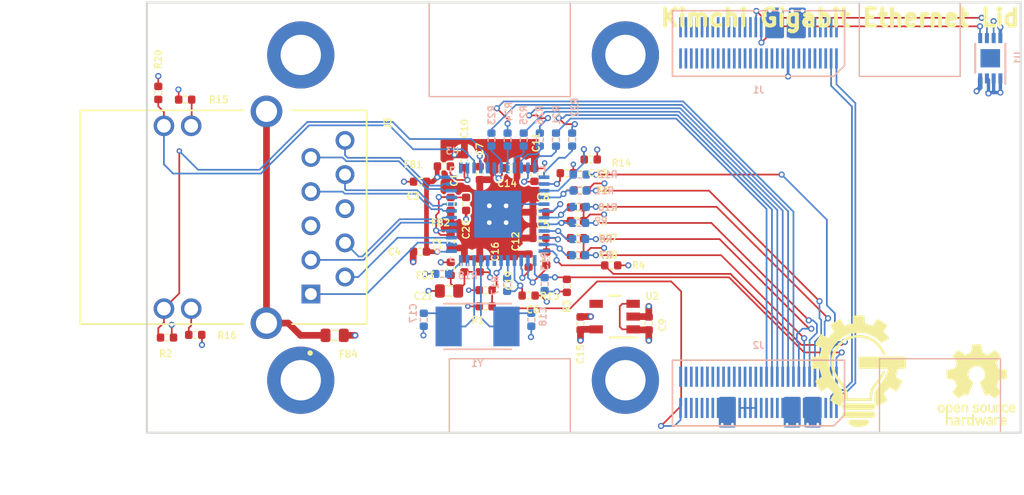
<source format=kicad_pcb>
(kicad_pcb (version 20221018) (generator pcbnew)
  (title_block (title "kimchi_ulid") (date "2019-12-15") (rev "v0.1") (company "GroupGets"))
  (layers (0 "F.Cu" signal) (1 "In1.Cu" power) (2 "In2.Cu" power) (31 "B.Cu" signal) (34 "B.Paste" user) (35 "F.Paste" user) (36 "B.SilkS" user "B.Silkscreen") (37 "F.SilkS" user "F.Silkscreen") (38 "B.Mask" user) (39 "F.Mask" user) (44 "Edge.Cuts" user))
  (net 0 "")
  (net 1 "GND")
  (net 2 "VDD_5V")
  (net 3 "VDD_1V8")
  (net 4 "VDD_3V3")
  (net 5 "I2C4_SCL")
  (net 6 "I2C4_SDA")
  (net 7 "VDD_PHY_1V2")
  (net 8 "/DISP_CK_P")
  (net 9 "/DISP_D2_N")
  (net 10 "/DISP_D2_P")
  (net 11 "/DISP_D3_N")
  (net 12 "/DISP_D3_P")
  (net 13 "ECSPI2_MISO")
  (net 14 "/CAM_D0_N")
  (net 15 "ECSPI2_MOSI")
  (net 16 "/CAM_D0_P")
  (net 17 "ECSPI2_SS0")
  (net 18 "/CAM_D1_N")
  (net 19 "ECSPI2_SCLK")
  (net 20 "/CAM_D1_P")
  (net 21 "ECSPI1_MISO")
  (net 22 "/CAM_CK_N")
  (net 23 "ECSPI1_MOSI")
  (net 24 "/CAM_CK_P")
  (net 25 "ECSPI1_SS0")
  (net 26 "/CAM_D2_N")
  (net 27 "ECSPI1_SCLK")
  (net 28 "/CAM_D2_P")
  (net 29 "I2C1_SCL")
  (net 30 "/CAM_D3_N")
  (net 31 "I2C1_SDA")
  (net 32 "/CAM_D3_P")
  (net 33 "I2C2_SCL")
  (net 34 "I2C2_SDA")
  (net 35 "UIM_VPP")
  (net 36 "I2C3_SCL")
  (net 37 "UIM_RESET_N")
  (net 38 "I2C3_SDA")
  (net 39 "UIM_CLK")
  (net 40 "UIM_DATA")
  (net 41 "UIM_PWR")
  (net 42 "USB2_VBUS")
  (net 43 "USB2_ID")
  (net 44 "USB2_DN")
  (net 45 "USB2_DP")
  (net 46 "/DISP_D0_N")
  (net 47 "/DISP_D0_P")
  (net 48 "/DISP_D1_N")
  (net 49 "/DISP_D1_P")
  (net 50 "/USDHC3_DATA2")
  (net 51 "/DISP_CK_N")
  (net 52 "/USDHC3_DATA1")
  (net 53 "/USDHC3_DATA0")
  (net 54 "/USDHC3_DATA3")
  (net 55 "/USDHC3_CLK")
  (net 56 "/USDHC3_CMD")
  (net 57 "SAI3_TXFS")
  (net 58 "SAI3_MCLK")
  (net 59 "GPIO1[0]")
  (net 60 "GPIO1[1]")
  (net 61 "GPIO1[9]")
  (net 62 "GPIO1[10]")
  (net 63 "GPIO1[11]")
  (net 64 "GPIO1[12]")
  (net 65 "UART1_TX")
  (net 66 "GPIO1[13]")
  (net 67 "UART1_RX")
  (net 68 "GPIO1[14]")
  (net 69 "UART3_TX")
  (net 70 "GPIO1[15]")
  (net 71 "UART3_RX")
  (net 72 "SAI2_RXFS")
  (net 73 "SAI2_MCLK")
  (net 74 "SAI2_TXC")
  (net 75 "SAI2_TXD0")
  (net 76 "SAI2_RXC")
  (net 77 "SAI2_TXFS")
  (net 78 "SAI2_RXD0")
  (net 79 "/ENET_TXC")
  (net 80 "/ENET_TX_CTL")
  (net 81 "Net-(J2-Pad58)")
  (net 82 "/ENET_TD2")
  (net 83 "/ENET_TD3")
  (net 84 "/ENET_TD0")
  (net 85 "/ENET_TD1")
  (net 86 "SAI3_TXD")
  (net 87 "/ENET_RX_CTL")
  (net 88 "SAI3_RXD")
  (net 89 "/ENET_RXC")
  (net 90 "SAI3_RXFS")
  (net 91 "/ENET_RD0")
  (net 92 "SAI3_RXC")
  (net 93 "/ENET_RD2")
  (net 94 "/ENET_RD1")
  (net 95 "/ENET_RD3")
  (net 96 "/ENET_MDC")
  (net 97 "/ENET_MDIO")
  (net 98 "/TRD4-")
  (net 99 "/TRD4+")
  (net 100 "/TRD3-")
  (net 101 "/TRD3+")
  (net 102 "/TRD2-")
  (net 103 "/TRD2+")
  (net 104 "/TRD1-")
  (net 105 "/TRD1+")
  (net 106 "Net-(U3-Pad47)")
  (net 107 "Net-(U3-Pad43)")
  (net 108 "Net-(U3-Pad13)")
  (net 109 "Net-(R10-Pad1)")
  (net 110 "Net-(R11-Pad1)")
  (net 111 "Net-(R12-Pad1)")
  (net 112 "Net-(J3-Pad6)")
  (net 113 "/XI")
  (net 114 "/XO")
  (net 115 "/LED1")
  (net 116 "/LED2")
  (net 117 "Net-(R17-Pad1)")
  (net 118 "Net-(R18-Pad2)")
  (net 119 "Net-(J3-Pad5)")
  (net 120 "Net-(J3-PadL3)")
  (net 121 "Net-(J3-PadL1)")
  (net 122 "Net-(R21-Pad2)")
  (net 123 "Net-(R22-Pad2)")
  (net 124 "Net-(R23-Pad2)")
  (net 125 "Net-(R24-Pad2)")
  (net 126 "Net-(R25-Pad2)")
  (net 127 "Net-(R26-Pad2)")
  (net 128 "/SYS_RESET")
  (net 129 "Net-(C1-Pad1)")
  (net 130 "Net-(C3-Pad1)")
  (net 131 "Net-(C16-Pad1)")
  (net 132 "Net-(U2-Pad4)")
  (net 133 "Net-(FB4-Pad1)")
  (net 134 "Net-(R5-Pad1)")
  (net 135 "Net-(R28-Pad1)")
  (net 136 "Net-(R27-Pad1)")
  (net 137 "Net-(R13-Pad1)")
  (footprint "AVR-KiCAD-Lib-Resistors:R0402" (layer "F.Cu") (at 129.606 108.982 -90)
    (fp_text reference "C1")
    (fp_text value "C0402C104K9PACTU")
  )
  (footprint "AVR-KiCAD-Lib-Resistors:R0402" (layer "F.Cu") (at 129.606 111.776 -90)
    (fp_text reference "C2")
    (fp_text value "C0402C104K9PACTU")
  )
  (footprint "AVR-KiCAD-Lib-Resistors:R0402" (layer "F.Cu") (at 127.32 107.331 180)
    (fp_text reference "C3")
    (fp_text value "C0402C104K9PACTU")
  )
  (footprint "AVR-KiCAD-Lib-Resistors:R0402" (layer "F.Cu") (at 127.32 112.538 180)
    (fp_text reference "C4")
    (fp_text value "C0402C104K9PACTU")
  )
  (footprint "AVR-KiCAD-Lib-Resistors:R0402" (layer "F.Cu") (at 136.2 111.522 180)
    (fp_text reference "C5")
    (fp_text value "C0402C104K9PACTU")
  )
  (footprint "AVR-KiCAD-Lib-Resistors:R0402" (layer "F.Cu") (at 135.4 115.8)
    (fp_text reference "C6")
    (fp_text value "C0402C104K9PACTU")
  )
  (footprint "AVR-KiCAD-Lib-Resistors:R0402" (layer "F.Cu") (at 131.765 106.696 -90)
    (fp_text reference "C7")
    (fp_text value "C0402C104K9PACTU")
  )
  (footprint "AVR-KiCAD-Lib-Resistors:R0402" (layer "F.Cu") (at 136.2 109.6 180)
    (fp_text reference "C8")
    (fp_text value "C0402C104K9PACTU")
  )
  (footprint "AVR-KiCAD-Lib-Resistors:R0402" (layer "F.Cu") (at 144.338 117.872 90)
    (fp_text reference "C9")
    (fp_text value "0402ZD105KAT2A")
  )
  (footprint "AVR-KiCAD-Lib-Resistors:R0402" (layer "F.Cu") (at 130.622 105.807 90)
    (fp_text reference "C10")
    (fp_text value "C0402C104K9PACTU")
  )
  (footprint "AVR-KiCAD-Lib-Resistors:R0402" (layer "F.Cu") (at 135.829 106.823 90)
    (fp_text reference "C11")
    (fp_text value "C0402C104K9PACTU")
  )
  (footprint "AVR-KiCAD-Lib-Resistors:R0402" (layer "F.Cu") (at 135.4 113.2 90)
    (fp_text reference "C12")
    (fp_text value "C0402C104K9PACTU")
  )
  (footprint "AVR-KiCAD-Lib-Resistors:R0402" (layer "F.Cu") (at 138.242 106.696)
    (fp_text reference "C13")
    (fp_text value "C0402C104K9PACTU")
  )
  (footprint "AVR-KiCAD-Lib-Resistors:R0402" (layer "F.Cu") (at 134.051 106.315)
    (fp_text reference "C14")
    (fp_text value "C0402C104K9PACTU")
  )
  (footprint "AVR-KiCAD-Lib-Resistors:R0402" (layer "F.Cu") (at 139.258 117.872 90)
    (fp_text reference "C15")
    (fp_text value "0402ZD105KAT2A")
  )
  (footprint "kimchi_ulid:MountingHole_3mm_Pad" (layer "F.Cu") (at 118.45 97.9)
    (fp_text reference "H1" hide)
    (fp_text value "Mechanical_MountingHole_Pad" hide)
  )
  (footprint "kimchi_ulid:MountingHole_3mm_Pad" (layer "F.Cu") (at 118.45 122.1)
    (fp_text reference "H2" hide)
    (fp_text value "Mechanical_MountingHole_Pad" hide)
  )
  (footprint "kimchi_ulid:MountingHole_3mm_Pad" (layer "F.Cu") (at 142.6 97.9)
    (fp_text reference "H3" hide)
    (fp_text value "Mechanical_MountingHole_Pad" hide)
  )
  (footprint "kimchi_ulid:MountingHole_3mm_Pad" (layer "F.Cu") (at 142.6 122.1)
    (fp_text reference "H4" hide)
    (fp_text value "Mechanical_MountingHole_Pad" hide)
  )
  (footprint "kimchi_ulid:OSHW-Logo_5.7x6mm_SilkScreen" (layer "F.Cu") (at 168.722 122.444)
    (fp_text reference "LOGO1" hide)
    (fp_text value "Graphic_Logo_Open_Hardware_Small" hide)
  )
  (footprint "kimchi_ulid:R0402" (layer "F.Cu") (at 109.85 101.225)
    (fp_text reference "R15")
    (fp_text value "RC0402FR-071KL")
  )
  (footprint "kimchi_ulid:R0402" (layer "F.Cu") (at 110.6 118.725 180)
    (fp_text reference "R16")
    (fp_text value "RC0402FR-071KL")
  )
  (footprint "kimchi_ulid:R0402" (layer "F.Cu") (at 107.85 100.725 90)
    (fp_text reference "R20")
    (fp_text value "RC0402FR-071KL")
  )
  (footprint "kimchi_ulid:ABRACON_ARJM11C7-502-AB-ER2-T" (layer "F.Cu") (at 112.85 109.975 -90)
    (fp_text reference "J3")
    (fp_text value "ARJM11C7-502-AB-ER2-T")
  )
  (footprint "AVR-KiCAD-Lib-Resistors:R0402" (layer "F.Cu") (at 132.2 115.4 180)
    (fp_text reference "C19")
    (fp_text value "C0402C104K9PACTU")
  )
  (footprint "kimchi_ulid:R0402" (layer "F.Cu") (at 132.2 116.6)
    (fp_text reference "R1")
    (fp_text value "RC0402FR-071KL")
  )
  (footprint "kimchi_ulid:C0402" (layer "F.Cu") (at 131.765 113.554 90)
    (fp_text reference "C16")
    (fp_text value "GRM155R61A475MEAAD")
  )
  (footprint "AVR-KiCAD-Lib-Resistors:R0402" (layer "F.Cu") (at 130.622 113.554 90)
    (fp_text reference "C20")
    (fp_text value "C0402C104K9PACTU")
  )
  (footprint "kimchi_ulid:C0603" (layer "F.Cu") (at 129.479 115.459 180)
    (fp_text reference "C21")
    (fp_text value "C0603C103KARACAUTO" hide)
  )
  (footprint "kimchi_ulid:R0402" (layer "F.Cu") (at 129.098 106.188)
    (fp_text reference "FB1")
    (fp_text value "MMZ1005S601CTD25")
  )
  (footprint "kimchi_ulid:R0402" (layer "F.Cu") (at 130.749 108.982 -90)
    (fp_text reference "FB2")
    (fp_text value "MMZ1005S601CTD25")
  )
  (footprint "kimchi_ulid:R0402" (layer "F.Cu") (at 129.606 113.808 90)
    (fp_text reference "FB3")
    (fp_text value "MMZ1005S601CTD25")
  )
  (footprint "kimchi_ulid:R0402" (layer "F.Cu") (at 108.5 118.925 180)
    (fp_text reference "R2")
    (fp_text value "RC0402FR-071KL")
  )
  (footprint "kimchi_ulid:TLV75712PDBVR" (layer "F.Cu") (at 141.798 117.364 180)
    (fp_text reference "U2")
    (fp_text value "TLV75712PDBVR" hide)
  )
  (footprint "kimchi_ulid:groupgets_logo" (layer "F.Cu") (at 159.959 121.428)
    (fp_text reference "L1" hide)
    (fp_text value "GG_LOGO" hide)
  )
  (footprint "kimchi_ulid:R0603" (layer "F.Cu") (at 120.97 118.761)
    (fp_text reference "FB4")
    (fp_text value "FBMJ1608HM180NTR")
  )
  (footprint "kimchi_ulid:R0402" (layer "F.Cu") (at 138.242 115.078 90)
    (fp_text reference "R3")
    (fp_text value "RC0402FR-071KL")
  )
  (footprint "kimchi_ulid:R0402" (layer "F.Cu") (at 141.544 113.554 180)
    (fp_text reference "R4")
    (fp_text value "RC0402FR-071KL")
  )
  (footprint "kimchi_ulid:R0402" (layer "F.Cu") (at 136.718 113.046 90)
    (fp_text reference "R13")
    (fp_text value "RC0402FR-0710KL")
  )
  (footprint "kimchi_ulid:R0402" (layer "F.Cu") (at 139.004 111.522)
    (fp_text reference "R27")
    (fp_text value "RC0402FR-071KL")
  )
  (footprint "kimchi_ulid:R0402" (layer "F.Cu") (at 139.004 112.792)
    (fp_text reference "R28")
    (fp_text value "RC0402FR-071KL")
  )
  (footprint "kimchi_ulid:R0402" (layer "F.Cu") (at 139.004 110.252)
    (fp_text reference "R5")
    (fp_text value "RC0402FR-0710KL")
  )
  (footprint "kimchi_ulid:R0402" (layer "F.Cu") (at 139.258 107.966)
    (fp_text reference "R6")
    (fp_text value "RC0402FR-0710KL")
  )
  (footprint "kimchi_ulid:R0402" (layer "F.Cu") (at 140.02 105.68)
    (fp_text reference "R14")
    (fp_text value "RC0402FR-0710KL")
  )
  (footprint "kimchi_ulid:R0402" (layer "F.Cu") (at 139.004 109.236)
    (fp_text reference "R19")
    (fp_text value "RC0402FR-0710KL")
  )
  (footprint "kimchi_ulid:DF40HC(3.5)-60DS" (layer "B.Cu") (at 152.5 123 180)
    (fp_text reference "J2")
    (fp_text value "DF40HC(3.5)-60DS" hide)
  )
  (footprint "Package_DFN_QFN:DFN-8-1EP_3x2mm_P0.5mm_EP1.36x1.46mm" (layer "B.Cu") (at 169.742 98.147 90)
    (fp_text reference "U1")
    (fp_text value "24C32" hide)
  )
  (footprint "kimchi_ulid:DF40HC(3.5)-60DS" (layer "B.Cu") (at 152.5 97 180)
    (fp_text reference "J1")
    (fp_text value "DF40HC(3.5)-60DS" hide)
  )
  (footprint "kimchi_ulid:QFN50P700X700X90-49N" (layer "B.Cu") (at 133.1 109.75)
    (fp_text reference "U3")
    (fp_text value "KSZ9031RNXCC")
  )
  (footprint "kimchi_ulid:R0402" (layer "B.Cu") (at 139.15 112.8)
    (fp_text reference "R7")
    (fp_text value "RC0402FR-0722RL")
  )
  (footprint "kimchi_ulid:R0402" (layer "B.Cu") (at 139.15 111.6)
    (fp_text reference "R8")
    (fp_text value "RC0402FR-0722RL")
  )
  (footprint "kimchi_ulid:R0402" (layer "B.Cu") (at 139.15 110.4)
    (fp_text reference "R9")
    (fp_text value "RC0402FR-0722RL")
  )
  (footprint "kimchi_ulid:R0402" (layer "B.Cu") (at 139.2 109.2)
    (fp_text reference "R10")
    (fp_text value "RC0402FR-0722RL")
  )
  (footprint "kimchi_ulid:R0402" (layer "B.Cu") (at 139.2 108)
    (fp_text reference "R11")
    (fp_text value "RC0402FR-0722RL")
  )
  (footprint "kimchi_ulid:R0402" (layer "B.Cu") (at 139.2 106.8)
    (fp_text reference "R12")
    (fp_text value "RC0402FR-0722RL")
  )
  (footprint "kimchi_ulid:C0402" (layer "B.Cu") (at 127.6 117.6 -90)
    (fp_text reference "C17")
    (fp_text value "04025A180GAT2A")
  )
  (footprint "kimchi_ulid:C0402" (layer "B.Cu") (at 135.6 117.6 -90)
    (fp_text reference "C18")
    (fp_text value "04025A180GAT2A")
  )
  (footprint "kimchi_ulid:XTAL500X320X130N" (layer "B.Cu") (at 131.6 118.1)
    (fp_text reference "Y1")
    (fp_text value "ABM3-25.000MHZ-D2Y-T")
  )
  (footprint "kimchi_ulid:R0402" (layer "B.Cu") (at 133.8 115 -90)
    (fp_text reference "R17")
    (fp_text value "RC0402FR-0710KL")
  )
  (footprint "kimchi_ulid:R0402" (layer "B.Cu") (at 128.971 114.189)
    (fp_text reference "R18")
    (fp_text value "RMCF0402FT12K1")
  )
  (footprint "kimchi_ulid:R0402" (layer "B.Cu") (at 136.591 114.951 90)
    (fp_text reference "R13")
    (fp_text value "RC0402FR-074K7L")
  )
  (footprint "kimchi_ulid:R0402" (layer "B.Cu") (at 137.435 104.2 -90)
    (fp_text reference "R21")
    (fp_text value "RC0402FR-0722RL")
  )
  (footprint "kimchi_ulid:R0402" (layer "B.Cu") (at 138.635 104.2 -90)
    (fp_text reference "R22")
    (fp_text value "RC0402FR-0722RL")
  )
  (footprint "kimchi_ulid:R0402" (layer "B.Cu") (at 132.635 104.2 -90)
    (fp_text reference "R23")
    (fp_text value "RC0402FR-0722RL")
  )
  (footprint "kimchi_ulid:R0402" (layer "B.Cu") (at 133.835 104.2 -90)
    (fp_text reference "R24")
    (fp_text value "RC0402FR-0722RL")
  )
  (footprint "kimchi_ulid:R0402" (layer "B.Cu") (at 135.035 104.2 -90)
    (fp_text reference "R25")
    (fp_text value "RC0402FR-0722RL")
  )
  (footprint "kimchi_ulid:R0402" (layer "B.Cu") (at 136.235 104.2 -90)
    (fp_text reference "R26")
    (fp_text value "RC0402FR-0722RL")
  )
  (gr_line (start 167.5 94) (end 160 94) (stroke (width 0.1)) (layer "B.SilkS"))
  (gr_line (start 138.5 94) (end 128 94) (stroke (width 0.1)) (layer "B.SilkS"))
  (gr_line (start 138.5 120.5) (end 129.5 120.5) (stroke (width 0.1)) (layer "B.SilkS"))
  (gr_line (start 170.5 120.5) (end 161.5 120.5) (stroke (width 0.1)) (layer "B.SilkS"))
  (gr_line (start 138.5 101) (end 138.5 94) (stroke (width 0.1)) (layer "B.SilkS"))
  (gr_line (start 161.5 120.5) (end 161.5 126) (stroke (width 0.1)) (layer "B.SilkS"))
  (gr_line (start 161.5 126) (end 170.5 126) (stroke (width 0.1)) (layer "B.SilkS"))
  (gr_line (start 129.5 120.5) (end 129.5 126) (stroke (width 0.1)) (layer "B.SilkS"))
  (gr_line (start 128 94) (end 128 101) (stroke (width 0.1)) (layer "B.SilkS"))
  (gr_line (start 138.5 126) (end 138.5 120.5) (stroke (width 0.1)) (layer "B.SilkS"))
  (gr_line (start 170.5 126) (end 170.5 120.5) (stroke (width 0.1)) (layer "B.SilkS"))
  (gr_line (start 160 94) (end 160 99.5) (stroke (width 0.1)) (layer "B.SilkS"))
  (gr_line (start 129.5 126) (end 138.5 126) (stroke (width 0.1)) (layer "B.SilkS"))
  (gr_line (start 128 101) (end 138.5 101) (stroke (width 0.1)) (layer "B.SilkS"))
  (gr_line (start 160 99.5) (end 167.5 99.5) (stroke (width 0.1)) (layer "B.SilkS"))
  (gr_line (start 167.5 99.5) (end 167.5 94) (stroke (width 0.1)) (layer "B.SilkS"))
  (gr_line (start 107 94) (end 172 94) (stroke (width 0.15)) (layer "Edge.Cuts"))
  (gr_line (start 107 126) (end 107 94) (stroke (width 0.15)) (layer "Edge.Cuts"))
  (gr_line (start 172 94) (end 172 126) (stroke (width 0.15)) (layer "Edge.Cuts"))
  (gr_line (start 172 126) (end 107 126) (stroke (width 0.15)) (layer "Edge.Cuts"))
  (gr_text "Kimchi Gigabit Ethernet Lid" (at 158.562 95.139) (layer "F.SilkS") (effects (font (size 1.27 1.27) (thickness 0.3))))
  (segment (start 136.591 105.934) (end 136.591 105.934) (width 0.127) (layer "F.Cu") (net 1))
  (segment (start 144.338 117.389) (end 144.338 117.389) (width 0.127) (layer "F.Cu") (net 1))
  (segment (start 141.011 112.259) (end 141.011 112.259) (width 0.127) (layer "F.Cu") (net 1))
  (segment (start 131.765 111.085) (end 132.3085 110.5415) (width 0.127) (layer "F.Cu") (net 1))
  (segment (start 129.606 112.259) (end 130.591 112.259) (width 0.5) (layer "F.Cu") (net 1))
  (segment (start 135.829 106.34) (end 136.439 106.34) (width 0.127) (layer "F.Cu") (net 1))
  (segment (start 139.487 112.792) (end 139.487 112.259) (width 0.127) (layer "F.Cu") (net 1))
  (segment (start 143.173001 117.364) (end 144.313 117.364) (width 0.5) (layer "F.Cu") (net 1))
  (segment (start 126.837 112.538) (end 126.812 112.563) (width 0.127) (layer "F.Cu") (net 1))
  (segment (start 136.439 106.34) (end 136.591 106.188) (width 0.127) (layer "F.Cu") (net 1))
  (segment (start 139.487 112.259) (end 139.487 111.522) (width 0.127) (layer "F.Cu") (net 1))
  (segment (start 144.338 116.602) (end 144.338 117.389) (width 0.5) (layer "F.Cu") (net 1))
  (segment (start 129.89811 105.324) (end 129.885 105.33711) (width 0.5) (layer "F.Cu") (net 1))
  (segment (start 134.534 106.315) (end 135.804 106.315) (width 0.127) (layer "F.Cu") (net 1))
  (segment (start 138.725 106.696) (end 138.725 106.036006) (width 0.127) (layer "F.Cu") (net 1))
  (segment (start 130.591 112.259) (end 132.3085 110.5415) (width 0.5) (layer "F.Cu") (net 1))
  (segment (start 127.955 115.459) (end 128.799 115.459) (width 0.127) (layer "F.Cu") (net 1))
  (segment (start 136.591 106.188) (end 136.591 105.934) (width 0.127) (layer "F.Cu") (net 1))
  (segment (start 132.3085 110.5415) (end 132.475 110.375) (width 0.5) (layer "F.Cu") (net 1))
  (segment (start 126.848 107.254) (end 126.771 107.331) (width 0.127) (layer "F.Cu") (net 1))
  (segment (start 130.622 113.071) (end 130.622 112.29) (width 0.127) (layer "F.Cu") (net 1))
  (segment (start 139.487 112.792) (end 140.02 112.259) (width 0.127) (layer "F.Cu") (net 1))
  (segment (start 140.02 112.259) (end 141.011 112.259) (width 0.127) (layer "F.Cu") (net 1))
  (segment (start 144.313 117.364) (end 144.338 117.389) (width 0.127) (layer "F.Cu") (net 1))
  (segment (start 135.883 115.8) (end 136.3 115.8) (width 0.127) (layer "F.Cu") (net 1))
  (segment (start 135.804 106.315) (end 135.829 106.34) (width 0.127) (layer "F.Cu") (net 1))
  (segment (start 130.622 105.324) (end 129.89811 105.324) (width 0.5) (layer "F.Cu") (net 1))
  (segment (start 126.812 112.563) (end 126.812 113.3) (width 0.5) (layer "F.Cu") (net 1))
  (segment (start 131.717 115.4) (end 130.944 115.4) (width 0.127) (layer "F.Cu") (net 1))
  (segment (start 122.494 118.761) (end 121.65 118.761) (width 0.5) (layer "F.Cu") (net 1))
  (segment (start 130.622 112.29) (end 130.591 112.259) (width 0.127) (layer "F.Cu") (net 1))
  (segment (start 107.85 99.475) (end 107.85 100.242) (width 0.127) (layer "F.Cu") (net 1))
  (segment (start 140.02 117.364) (end 139.283 117.364) (width 0.5) (layer "F.Cu") (net 1))
  (segment (start 136.3 115.8) (end 136.75 116.25) (width 0.127) (layer "F.Cu") (net 1))
  (segment (start 131.765 113.071) (end 131.765 111.085) (width 0.127) (layer "F.Cu") (net 1))
  (segment (start 126.771 107.331) (end 126.126984 107.331) (width 0.127) (layer "F.Cu") (net 1))
  (segment (start 139.283 117.364) (end 139.258 117.389) (width 0.127) (layer "F.Cu") (net 1))
  (via (at 154.625 125.365) (size 0.4) (drill 0.2) (layers "F.Cu" "B.Cu") (net 1))
  (via (at 153.355 94.631) (size 0.4572) (drill 0.254) (layers "F.Cu" "B.Cu") (net 1))
  (via (at 136.591 105.934) (size 0.4) (drill 0.2) (layers "F.Cu" "B.Cu") (net 1))
  (via (at 140.02 117.364) (size 0.4572) (drill 0.254) (layers "F.Cu" "B.Cu") (net 1))
  (via (at 149.799 125.365) (size 0.4) (drill 0.2) (layers "F.Cu" "B.Cu") (net 1))
  (via (at 169.991998 95.393) (size 0.4572) (drill 0.254) (layers "F.Cu" "B.Cu") (net 1))
  (via (at 127.574 118.761) (size 0.4572) (drill 0.254) (layers "F.Cu" "B.Cu") (net 1))
  (via (at 127.701 114.189) (size 0.4572) (drill 0.254) (layers "F.Cu" "B.Cu") (net 1))
  (via (at 130.944 115.4) (size 0.4) (drill 0.2) (layers "F.Cu" "B.Cu") (net 1))
  (via (at 168.722 100.6) (size 0.4572) (drill 0.254) (layers "F.Cu" "B.Cu") (net 1))
  (via (at 126.812 113.3) (size 0.4572) (drill 0.254) (layers "F.Cu" "B.Cu") (net 1))
  (via (at 154.117 94.631) (size 0.4572) (drill 0.254) (layers "F.Cu" "B.Cu") (net 1))
  (via (at 136.75 116.25) (size 0.4572) (drill 0.254) (layers "F.Cu" "B.Cu") (net 1))
  (via (at 126.126984 107.331) (size 0.4572) (drill 0.254) (layers "F.Cu" "B.Cu") (net 1))
  (via (at 138.725 106.036006) (size 0.4) (drill 0.2) (layers "F.Cu" "B.Cu") (net 1))
  (via (at 129.885 105.33711) (size 0.4572) (drill 0.254) (layers "F.Cu" "B.Cu") (net 1))
  (via (at 150.561 125.365) (size 0.4) (drill 0.2) (layers "F.Cu" "B.Cu") (net 1))
  (via (at 154.7 99.5) (size 0.4572) (drill 0.254) (layers "F.Cu" "B.Cu") (net 1))
  (via (at 144.338 116.602) (size 0.4572) (drill 0.254) (layers "F.Cu" "B.Cu") (net 1))
  (via (at 107.85 99.475) (size 0.4572) (drill 0.254) (layers "F.Cu" "B.Cu") (net 1))
  (via (at 135.575 118.888) (size 0.4572) (drill 0.254) (layers "F.Cu" "B.Cu") (net 1))
  (via (at 122.494 118.761) (size 0.4572) (drill 0.254) (layers "F.Cu" "B.Cu") (net 1))
  (via (at 141.011 112.259) (size 0.4572) (drill 0.254) (layers "F.Cu" "B.Cu") (net 1))
  (via (at 155.387 125.365) (size 0.4) (drill 0.2) (layers "F.Cu" "B.Cu") (net 1))
  (via (at 127.955 115.459) (size 0.4572) (drill 0.254) (layers "F.Cu" "B.Cu") (net 1))
  (segment (start 154.7 99.5) (end 154.7 99.5) (width 0.127) (layer "B.Cu") (net 1))
  (segment (start 128.383 114.385) (end 128.187 114.189) (width 0.127) (layer "B.Cu") (net 1))
  (segment (start 155.387 125.365) (end 155.387 124.73) (width 0.127) (layer "B.Cu") (net 1))
  (segment (start 127.574 118.109) (end 127.6 118.083) (width 0.127) (layer "B.Cu") (net 1))
  (segment (start 153.1 95.84) (end 154.3 95.84) (width 0.127) (layer "B.Cu") (net 1))
  (segment (start 150.118 124.922) (end 150.561 125.365) (width 0.127) (layer "B.Cu") (net 1))
  (segment (start 128.187 114.189) (end 127.701 114.189) (width 0.127) (layer "B.Cu") (net 1))
  (segment (start 168.992 100.33) (end 168.722 100.6) (width 0.35) (layer "B.Cu") (net 1))
  (segment (start 169.992 95.393002) (end 169.991998 95.393) (width 0.127) (layer "B.Cu") (net 1))
  (segment (start 154.3 124.16) (end 154.817 124.16) (width 0.127) (layer "B.Cu") (net 1))
  (segment (start 135.6 118.083) (end 135.6 118.863) (width 0.127) (layer "B.Cu") (net 1))
  (segment (start 136.545 109) (end 133.85 109) (width 0.127) (layer "B.Cu") (net 1))
  (segment (start 150.118 124.16) (end 150.118 124.922) (width 0.127) (layer "B.Cu") (net 1))
  (segment (start 135.6 118.863) (end 135.575 118.888) (width 0.127) (layer "B.Cu") (net 1))
  (segment (start 169.992 96.647) (end 169.992 95.393002) (width 0.127) (layer "B.Cu") (net 1))
  (segment (start 150.7 124.16) (end 150.118 124.16) (width 0.127) (layer "B.Cu") (net 1))
  (segment (start 150.118 124.16) (end 149.5 124.16) (width 0.127) (layer "B.Cu") (net 1))
  (segment (start 154.7 98.16) (end 154.7 99.5) (width 0.2) (layer "B.Cu") (net 1))
  (segment (start 155.387 124.73) (end 154.817 124.16) (width 0.127) (layer "B.Cu") (net 1))
  (segment (start 168.992 99.647) (end 168.992 100.33) (width 0.35) (layer "B.Cu") (net 1))
  (segment (start 154.817 124.16) (end 155.5 124.16) (width 0.127) (layer "B.Cu") (net 1))
  (segment (start 133.85 109) (end 133.1 109.75) (width 0.127) (layer "B.Cu") (net 1))
  (segment (start 127.574 118.761) (end 127.574 118.109) (width 0.127) (layer "B.Cu") (net 1))
  (segment (start 133.1 109.75) (end 133.725 110.375) (width 0.127) (layer "B.Cu") (net 1))
  (via (at 155.768 94.631) (size 0.4572) (drill 0.254) (layers "F.Cu" "B.Cu") (net 2))
  (via (at 155.006 94.631) (size 0.4572) (drill 0.254) (layers "F.Cu" "B.Cu") (net 2))
  (segment (start 154.7 95.84) (end 155.9 95.84) (width 0.127) (layer "B.Cu") (net 2))
  (segment (start 152.3 124.16) (end 151.1 124.16) (width 0.127) (layer "B.Cu") (net 3))
  (segment (start 144.338 118.355) (end 143.214 118.355) (width 0.5) (layer "F.Cu") (net 4))
  (segment (start 141.011 109.769) (end 141.011 109.769) (width 0.127) (layer "F.Cu") (net 4))
  (segment (start 141.036 107.458) (end 141.036 107.458) (width 0.127) (layer "F.Cu") (net 4))
  (segment (start 136.718 112.563) (end 136.718 111.557) (width 0.127) (layer "F.Cu") (net 4))
  (segment (start 131.765 105.426) (end 131.765 106.213) (width 0.127) (layer "F.Cu") (net 4))
  (segment (start 143.259002 118.228) (end 143.173001 118.314001) (width 0.127) (layer "F.Cu") (net 4))
  (segment (start 139.97 109.769) (end 141.011 109.769) (width 0.127) (layer "F.Cu") (net 4))
  (segment (start 142.367001 118.314001) (end 143.173001 118.314001) (width 0.127) (layer "F.Cu") (net 4))
  (segment (start 142.366998 116.414002) (end 142.179 116.602) (width 0.127) (layer "F.Cu") (net 4))
  (segment (start 136.683 111.522) (end 137.480964 111.522) (width 0.127) (layer "F.Cu") (net 4))
  (segment (start 139.487 109.769) (end 139.487 110.252) (width 0.127) (layer "F.Cu") (net 4))
  (segment (start 140.274 107.458) (end 141.036 107.458) (width 0.127) (layer "F.Cu") (net 4))
  (segment (start 142.179 116.602) (end 142.179 118.126) (width 0.127) (layer "F.Cu") (net 4))
  (segment (start 143.173001 116.414002) (end 142.366998 116.414002) (width 0.127) (layer "F.Cu") (net 4))
  (segment (start 131.715 116.602) (end 131.717 116.6) (width 0.127) (layer "F.Cu") (net 4))
  (segment (start 111.1 119.475) (end 111.1 118.742) (width 0.127) (layer "F.Cu") (net 4))
  (segment (start 134.917 115.205444) (end 134.777044 115.065488) (width 0.127) (layer "F.Cu") (net 4))
  (segment (start 139.741 107.966) (end 139.766 107.966) (width 0.127) (layer "F.Cu") (net 4))
  (segment (start 108.85 118.708) (end 108.833 118.725) (width 0.127) (layer "F.Cu") (net 4))
  (segment (start 143.214 118.355) (end 143.173001 118.314001) (width 0.127) (layer "F.Cu") (net 4))
  (segment (start 136.718 111.557) (end 136.683 111.522) (width 0.127) (layer "F.Cu") (net 4))
  (segment (start 142.179 118.126) (end 142.367001 118.314001) (width 0.127) (layer "F.Cu") (net 4))
  (segment (start 109.367 100.492) (end 109.35 100.475) (width 0.127) (layer "F.Cu") (net 4))
  (segment (start 144.338 119.142) (end 144.338 118.355) (width 0.5) (layer "F.Cu") (net 4))
  (segment (start 140.503 105.68) (end 140.503 104.943006) (width 0.127) (layer "F.Cu") (net 4))
  (segment (start 139.487 109.236) (end 139.487 109.769) (width 0.127) (layer "F.Cu") (net 4))
  (segment (start 108.85 117.975) (end 108.85 118.708) (width 0.127) (layer "F.Cu") (net 4))
  (segment (start 134.917 115.8) (end 134.917 115.205444) (width 0.127) (layer "F.Cu") (net 4))
  (segment (start 144.338 118.355) (end 144.338 118.355) (width 0.5) (layer "F.Cu") (net 4))
  (segment (start 130.876 116.602) (end 131.715 116.602) (width 0.127) (layer "F.Cu") (net 4))
  (segment (start 137.480964 111.522) (end 137.577524 111.61856) (width 0.127) (layer "F.Cu") (net 4))
  (segment (start 142.027 113.554) (end 142.814012 113.554) (width 0.127) (layer "F.Cu") (net 4))
  (segment (start 138.242 115.561) (end 138.181 115.5) (width 0.127) (layer "F.Cu") (net 4))
  (segment (start 111.1 118.742) (end 111.083 118.725) (width 0.127) (layer "F.Cu") (net 4))
  (segment (start 139.766 107.966) (end 140.274 107.458) (width 0.127) (layer "F.Cu") (net 4))
  (segment (start 139.487 110.252) (end 139.97 109.769) (width 0.127) (layer "F.Cu") (net 4))
  (segment (start 109.367 101.225) (end 109.367 100.492) (width 0.127) (layer "F.Cu") (net 4))
  (segment (start 138.181 115.5) (end 137.50003 115.5) (width 0.127) (layer "F.Cu") (net 4))
  (via (at 170.492 95.847) (size 0.4572) (drill 0.254) (layers "F.Cu" "B.Cu") (net 4))
  (via (at 156.911 125.365) (size 0.4) (drill 0.2) (layers "F.Cu" "B.Cu") (net 4))
  (via (at 130.876 116.602) (size 0.4) (drill 0.2) (layers "F.Cu" "B.Cu") (net 4))
  (via (at 140.503 104.943006) (size 0.4572) (drill 0.254) (layers "F.Cu" "B.Cu") (net 4))
  (via (at 142.814012 113.554) (size 0.4572) (drill 0.254) (layers "F.Cu" "B.Cu") (net 4))
  (via (at 111.1 119.475) (size 0.4572) (drill 0.254) (layers "F.Cu" "B.Cu") (net 4))
  (via (at 144.338 119.142) (size 0.4572) (drill 0.254) (layers "F.Cu" "B.Cu") (net 4))
  (via (at 131.765 105.426) (size 0.4572) (drill 0.254) (layers "F.Cu" "B.Cu") (net 4))
  (via (at 170.492 100.697) (size 0.4572) (drill 0.254) (layers "F.Cu" "B.Cu") (net 4))
  (via (at 141.036 107.458) (size 0.4572) (drill 0.254) (layers "F.Cu" "B.Cu") (net 4))
  (via (at 108.85 117.975) (size 0.4572) (drill 0.254) (layers "F.Cu" "B.Cu") (net 4))
  (via (at 141.011 109.769) (size 0.4572) (drill 0.254) (layers "F.Cu" "B.Cu") (net 4))
  (via (at 134.777044 115.065488) (size 0.4572) (drill 0.254) (layers "F.Cu" "B.Cu") (net 4))
  (via (at 109.35 100.475) (size 0.4572) (drill 0.254) (layers "F.Cu" "B.Cu") (net 4))
  (via (at 137.577524 111.61856) (size 0.4572) (drill 0.254) (layers "F.Cu" "B.Cu") (net 4))
  (via (at 156.149 125.365) (size 0.4) (drill 0.2) (layers "F.Cu" "B.Cu") (net 4))
  (via (at 137.50003 115.5) (size 0.4572) (drill 0.254) (layers "F.Cu" "B.Cu") (net 4))
  (via (at 169.609274 100.76453) (size 0.4572) (drill 0.254) (layers "F.Cu" "B.Cu") (net 4))
  (segment (start 134.8 115) (end 134.8 115) (width 0.127) (layer "B.Cu") (net 4))
  (segment (start 169.992 99.711) (end 169.992 100.697) (width 0.254) (layer "B.Cu") (net 4))
  (segment (start 134.35 113.195) (end 134.35 114.638444) (width 0.127) (layer "B.Cu") (net 4))
  (segment (start 137.458964 111.5) (end 137.577524 111.61856) (width 0.127) (layer "B.Cu") (net 4))
  (segment (start 131.765 105.722) (end 131.765 105.426) (width 0.127) (layer "B.Cu") (net 4))
  (segment (start 169.992 100.697) (end 169.676804 100.697) (width 0.254) (layer "B.Cu") (net 4))
  (segment (start 131.85 106.305) (end 131.85 105.807) (width 0.127) (layer "B.Cu") (net 4))
  (segment (start 134.359532 115.483) (end 134.777044 115.065488) (width 0.127) (layer "B.Cu") (net 4))
  (segment (start 133.8 115.483) (end 134.359532 115.483) (width 0.127) (layer "B.Cu") (net 4))
  (segment (start 169.992 100.697) (end 170.492 100.697) (width 0.254) (layer "B.Cu") (net 4))
  (segment (start 169.676804 100.697) (end 169.609274 100.76453) (width 0.254) (layer "B.Cu") (net 4))
  (segment (start 136.657 115.5) (end 137.50003 115.5) (width 0.127) (layer "B.Cu") (net 4))
  (segment (start 170.492 96.647) (end 170.492 95.847) (width 0.254) (layer "B.Cu") (net 4))
  (segment (start 169.609274 99.764274) (end 169.609274 100.76453) (width 0.254) (layer "B.Cu") (net 4))
  (segment (start 136.545 111.5) (end 137.458964 111.5) (width 0.127) (layer "B.Cu") (net 4))
  (segment (start 169.492 99.647) (end 169.609274 99.764274) (width 0.254) (layer "B.Cu") (net 4))
  (segment (start 169.992 99.647) (end 169.992 99.711) (width 0.254) (layer "B.Cu") (net 4))
  (segment (start 134.35 114.638444) (end 134.777044 115.065488) (width 0.127) (layer "B.Cu") (net 4))
  (segment (start 169.492 100.697) (end 169.492 100.697) (width 0.254) (layer "B.Cu") (net 4))
  (segment (start 131.85 105.807) (end 131.765 105.722) (width 0.127) (layer "B.Cu") (net 4))
  (segment (start 136.591 115.434) (end 136.657 115.5) (width 0.127) (layer "B.Cu") (net 4))
  (segment (start 170.492 99.647) (end 170.492 100.697) (width 0.254) (layer "B.Cu") (net 4))
  (segment (start 152.339 94.631) (end 152.33893 94.631) (width 0.127) (layer "F.Cu") (net 5))
  (segment (start 152.84693 95.139) (end 169.103 95.139) (width 0.127) (layer "F.Cu") (net 5))
  (segment (start 152.33893 94.631) (end 152.84693 95.139) (width 0.127) (layer "F.Cu") (net 5))
  (via (at 169.103 95.139) (size 0.4572) (drill 0.254) (layers "F.Cu" "B.Cu") (net 5))
  (via (at 152.33893 94.631) (size 0.4572) (drill 0.254) (layers "F.Cu" "B.Cu") (net 5))
  (segment (start 169.492 96.647) (end 169.492 95.528) (width 0.127) (layer "B.Cu") (net 5))
  (segment (start 152.3 95.84) (end 152.3 95.012) (width 0.127) (layer "B.Cu") (net 5))
  (segment (start 152.33893 94.97307) (end 152.33893 94.631) (width 0.127) (layer "B.Cu") (net 5))
  (segment (start 169.492 95.528) (end 169.103 95.139) (width 0.127) (layer "B.Cu") (net 5))
  (segment (start 152.3 95.012) (end 152.33893 94.97307) (width 0.127) (layer "B.Cu") (net 5))
  (segment (start 153.926524 95.774) (end 152.72003 96.980494) (width 0.127) (layer "F.Cu") (net 6))
  (segment (start 168.976 95.774) (end 153.926524 95.774) (width 0.127) (layer "F.Cu") (net 6))
  (via (at 168.976 95.774) (size 0.4572) (drill 0.254) (layers "F.Cu" "B.Cu") (net 6))
  (via (at 152.72003 96.980494) (size 0.4572) (drill 0.254) (layers "F.Cu" "B.Cu") (net 6))
  (segment (start 168.976 95.774) (end 168.976 96.631) (width 0.127) (layer "B.Cu") (net 6))
  (segment (start 168.976 96.631) (end 168.992 96.647) (width 0.127) (layer "B.Cu") (net 6))
  (segment (start 152.7 95.84) (end 152.7 96.960464) (width 0.127) (layer "B.Cu") (net 6))
  (segment (start 152.7 96.960464) (end 152.72003 96.980494) (width 0.127) (layer "B.Cu") (net 6))
  (segment (start 139.334 118.304) (end 139.258 118.228) (width 0.127) (layer "F.Cu") (net 7))
  (segment (start 129.581 106.747) (end 130.038 107.204) (width 0.127) (layer "F.Cu") (net 7))
  (segment (start 137.734 107.266) (end 137.734 106.721) (width 0.127) (layer "F.Cu") (net 7))
  (segment (start 137.15 109.6) (end 137.75 109) (width 0.127) (layer "F.Cu") (net 7))
  (segment (start 130.749 109.465) (end 130.749 110.125) (width 0.2) (layer "F.Cu") (net 7))
  (segment (start 130.038 107.204) (end 130.85 107.204) (width 0.127) (layer "F.Cu") (net 7))
  (segment (start 129.606 113.325) (end 128.869 113.325) (width 0.127) (layer "F.Cu") (net 7))
  (segment (start 137.734 106.721) (end 137.759 106.696) (width 0.127) (layer "F.Cu") (net 7))
  (segment (start 135.053 107.317) (end 135.067 107.331) (width 0.127) (layer "F.Cu") (net 7))
  (segment (start 137.5 107.5) (end 137.734 107.266) (width 0.127) (layer "F.Cu") (net 7))
  (segment (start 135.804 107.331) (end 135.829 107.306) (width 0.127) (layer "F.Cu") (net 7))
  (segment (start 133.416 106.544) (end 133.416 106.823) (width 0.127) (layer "F.Cu") (net 7))
  (segment (start 136.683 109.6) (end 137.15 109.6) (width 0.127) (layer "F.Cu") (net 7))
  (segment (start 139.258 119.142) (end 139.258 118.355) (width 0.5) (layer "F.Cu") (net 7))
  (segment (start 130.622 106.29) (end 130.622 106.976) (width 0.127) (layer "F.Cu") (net 7))
  (segment (start 135.4 114.010724) (end 134.930961 114.479763) (width 0.127) (layer "F.Cu") (net 7))
  (segment (start 130.85 107.204) (end 130.876 107.204) (width 0.127) (layer "F.Cu") (net 7))
  (segment (start 130.622 106.976) (end 130.85 107.204) (width 0.127) (layer "F.Cu") (net 7))
  (segment (start 140.423001 118.314001) (end 139.344001 118.314001) (width 0.5) (layer "F.Cu") (net 7))
  (segment (start 135.4 113.683) (end 135.4 114.010724) (width 0.127) (layer "F.Cu") (net 7))
  (segment (start 129.581 106.188) (end 129.581 106.747) (width 0.127) (layer "F.Cu") (net 7))
  (segment (start 139.344001 118.314001) (end 139.334 118.304) (width 0.127) (layer "F.Cu") (net 7))
  (segment (start 133.416 106.823) (end 133.162 107.077) (width 0.127) (layer "F.Cu") (net 7))
  (segment (start 135.067 107.331) (end 135.804 107.331) (width 0.127) (layer "F.Cu") (net 7))
  (via (at 139.258 119.142) (size 0.4572) (drill 0.254) (layers "F.Cu" "B.Cu") (net 7))
  (via (at 130.85 107.204) (size 0.4572) (drill 0.254) (layers "F.Cu" "B.Cu") (net 7))
  (via (at 137.5 107.5) (size 0.4572) (drill 0.254) (layers "F.Cu" "B.Cu") (net 7))
  (via (at 133.162 107.077) (size 0.4572) (drill 0.254) (layers "F.Cu" "B.Cu") (net 7))
  (via (at 137.75 109) (size 0.4572) (drill 0.254) (layers "F.Cu" "B.Cu") (net 7))
  (via (at 134.930961 114.479763) (size 0.4572) (drill 0.254) (layers "F.Cu" "B.Cu") (net 7))
  (via (at 135.067 107.331) (size 0.4572) (drill 0.254) (layers "F.Cu" "B.Cu") (net 7))
  (via (at 130.749 110.125) (size 0.4572) (drill 0.254) (layers "F.Cu" "B.Cu") (net 7))
  (via (at 128.869 113.325) (size 0.4572) (drill 0.254) (layers "F.Cu" "B.Cu") (net 7))
  (segment (start 137.5 107.5) (end 137.5 107.5) (width 0.127) (layer "B.Cu") (net 7))
  (segment (start 134.930961 113.888961) (end 134.930961 114.479763) (width 0.127) (layer "B.Cu") (net 7))
  (segment (start 130.85 106.305) (end 130.876127 106.331127) (width 0.127) (layer "B.Cu") (net 7))
  (segment (start 135.35 106.305) (end 135.35 107.048) (width 0.127) (layer "B.Cu") (net 7))
  (segment (start 135.35 107.048) (end 135.067 107.331) (width 0.127) (layer "B.Cu") (net 7))
  (segment (start 132.85 106.305) (end 132.85 106.765) (width 0.127) (layer "B.Cu") (net 7))
  (segment (start 130.85 106.305) (end 130.85 107.204) (width 0.127) (layer "B.Cu") (net 7))
  (segment (start 136.545 107.5) (end 137.5 107.5) (width 0.127) (layer "B.Cu") (net 7))
  (segment (start 136.545 109.5) (end 137.25 109.5) (width 0.127) (layer "B.Cu") (net 7))
  (segment (start 132.85 106.765) (end 133.162 107.077) (width 0.127) (layer "B.Cu") (net 7))
  (segment (start 134.85 113.808) (end 134.85 113.195) (width 0.127) (layer "B.Cu") (net 7))
  (segment (start 137.25 109.5) (end 137.75 109) (width 0.127) (layer "B.Cu") (net 7))
  (segment (start 134.85 113.808) (end 134.930961 113.888961) (width 0.127) (layer "B.Cu") (net 7))
  (segment (start 157.9 100.192) (end 157.9 98.16) (width 0.127) (layer "B.Cu") (net 44))
  (segment (start 158.358 122.825) (end 158.837776 122.825) (width 0.127) (layer "B.Cu") (net 44))
  (segment (start 157.9 124.16) (end 157.9 123.283) (width 0.127) (layer "B.Cu") (net 44))
  (segment (start 157.9 123.283) (end 158.358 122.825) (width 0.127) (layer "B.Cu") (net 44))
  (segment (start 158.837776 122.825) (end 159.450989 122.211787) (width 0.127) (layer "B.Cu") (net 44))
  (segment (start 159.450989 122.211787) (end 159.450989 101.742989) (width 0.127) (layer "B.Cu") (net 44))
  (segment (start 159.450989 101.742989) (end 157.9 100.192) (width 0.127) (layer "B.Cu") (net 44))
  (segment (start 158.3 123.341) (end 158.3 124.16) (width 0.127) (layer "B.Cu") (net 45))
  (segment (start 158.943 123.079) (end 158.562 123.079) (width 0.127) (layer "B.Cu") (net 45))
  (segment (start 158.3 100.084) (end 159.705 101.489) (width 0.127) (layer "B.Cu") (net 45))
  (segment (start 159.705 101.489) (end 159.705 122.317) (width 0.127) (layer "B.Cu") (net 45))
  (segment (start 158.3 98.16) (end 158.3 100.084) (width 0.127) (layer "B.Cu") (net 45))
  (segment (start 158.562 123.079) (end 158.3 123.341) (width 0.127) (layer "B.Cu") (net 45))
  (segment (start 159.705 122.317) (end 158.943 123.079) (width 0.127) (layer "B.Cu") (net 45))
  (segment (start 153.1 121.84) (end 153.1 109.362) (width 0.127) (layer "B.Cu") (net 79))
  (segment (start 138.519945 102.632055) (end 137.435 103.717) (width 0.127) (layer "B.Cu") (net 79))
  (segment (start 146.370055 102.632055) (end 138.519945 102.632055) (width 0.127) (layer "B.Cu") (net 79))
  (segment (start 153.1 109.362) (end 146.370055 102.632055) (width 0.127) (layer "B.Cu") (net 79))
  (segment (start 137.635 102.6) (end 138.086165 103.051165) (width 0.127) (layer "F.Cu") (net 80))
  (segment (start 138.086165 103.051165) (end 138.835 103.051165) (width 0.127) (layer "F.Cu") (net 80))
  (via (at 138.835 103.051165) (size 0.4572) (drill 0.254) (layers "F.Cu" "B.Cu") (net 80))
  (via (at 137.635 102.6) (size 0.4572) (drill 0.254) (layers "F.Cu" "B.Cu") (net 80))
  (segment (start 138.835 103) (end 138.835 103) (width 0.127) (layer "B.Cu") (net 80))
  (segment (start 153.5 121.84) (end 153.5 109.402775) (width 0.127) (layer "B.Cu") (net 80))
  (segment (start 146.475269 102.378044) (end 138.180245 102.378044) (width 0.127) (layer "B.Cu") (net 80))
  (segment (start 153.5 109.402775) (end 146.475269 102.378044) (width 0.127) (layer "B.Cu") (net 80))
  (segment (start 138.180245 102.378044) (end 137.958289 102.6) (width 0.127) (layer "B.Cu") (net 80))
  (segment (start 137.958289 102.6) (end 137.635 102.6) (width 0.127) (layer "B.Cu") (net 80))
  (segment (start 138.635 103.251165) (end 138.835 103.051165) (width 0.127) (layer "B.Cu") (net 80))
  (segment (start 138.635 103.717) (end 138.635 103.251165) (width 0.127) (layer "B.Cu") (net 80))
  (segment (start 136.627967 102.124033) (end 135.035 103.717) (width 0.127) (layer "B.Cu") (net 82))
  (segment (start 146.580483 102.124033) (end 136.627967 102.124033) (width 0.127) (layer "B.Cu") (net 82))
  (segment (start 153.9 109.44355) (end 146.580483 102.124033) (width 0.127) (layer "B.Cu") (net 82))
  (segment (start 153.9 121.84) (end 153.9 109.44355) (width 0.127) (layer "B.Cu") (net 82))
  (segment (start 136.235 102.6) (end 136.035 102.4) (width 0.127) (layer "F.Cu") (net 83))
  (segment (start 136.835 102.6) (end 136.235 102.6) (width 0.127) (layer "F.Cu") (net 83))
  (segment (start 136.035 102.4) (end 135.435 102.4) (width 0.127) (layer "F.Cu") (net 83))
  (via (at 136.835 102.6) (size 0.4572) (drill 0.254) (layers "F.Cu" "B.Cu") (net 83))
  (via (at 135.435 102.4) (size 0.4572) (drill 0.254) (layers "F.Cu" "B.Cu") (net 83))
  (segment (start 135.435 102.4) (end 135.435 102.4) (width 0.127) (layer "B.Cu") (net 83))
  (segment (start 136.835 102.6) (end 136.835 102.6) (width 0.127) (layer "B.Cu") (net 83))
  (segment (start 146.685697 101.870022) (end 135.964978 101.870022) (width 0.127) (layer "B.Cu") (net 83))
  (segment (start 135.964978 101.870022) (end 135.435 102.4) (width 0.127) (layer "B.Cu") (net 83))
  (segment (start 154.3 121.84) (end 154.3 109.484325) (width 0.127) (layer "B.Cu") (net 83))
  (segment (start 136.235 103.2) (end 136.835 102.6) (width 0.127) (layer "B.Cu") (net 83))
  (segment (start 136.235 103.717) (end 136.235 103.2) (width 0.127) (layer "B.Cu") (net 83))
  (segment (start 154.3 109.484325) (end 146.685697 101.870022) (width 0.127) (layer "B.Cu") (net 83))
  (segment (start 134.456489 101.616011) (end 132.635 103.4375) (width 0.127) (layer "B.Cu") (net 84))
  (segment (start 154.7 109.5251) (end 146.790911 101.616011) (width 0.127) (layer "B.Cu") (net 84))
  (segment (start 154.7 121.84) (end 154.7 109.5251) (width 0.127) (layer "B.Cu") (net 84))
  (segment (start 132.635 103.4375) (end 132.635 103.717) (width 0.127) (layer "B.Cu") (net 84))
  (segment (start 146.790911 101.616011) (end 134.456489 101.616011) (width 0.127) (layer "B.Cu") (net 84))
  (segment (start 133.835 102.67) (end 133.035 101.87) (width 0.127) (layer "F.Cu") (net 85))
  (segment (start 133.835 103.013) (end 133.835 102.67) (width 0.127) (layer "F.Cu") (net 85))
  (via (at 133.035 101.87) (size 0.4572) (drill 0.254) (layers "F.Cu" "B.Cu") (net 85))
  (via (at 133.835 103.013) (size 0.4572) (drill 0.254) (layers "F.Cu" "B.Cu") (net 85))
  (segment (start 133.835 103.2) (end 133.835 103.2) (width 0.127) (layer "B.Cu") (net 85))
  (segment (start 155.094887 118.581616) (end 155.1 118.576503) (width 0.127) (layer "B.Cu") (net 85))
  (segment (start 155.1 121.84) (end 155.094887 121.834887) (width 0.127) (layer "B.Cu") (net 85))
  (segment (start 133.835 103.717) (end 133.835 103.013) (width 0.127) (layer "B.Cu") (net 85))
  (segment (start 155.1 118.576503) (end 155.1 109.565875) (width 0.127) (layer "B.Cu") (net 85))
  (segment (start 155.1 109.565875) (end 146.896125 101.362) (width 0.127) (layer "B.Cu") (net 85))
  (segment (start 133.543 101.362) (end 133.035 101.87) (width 0.127) (layer "B.Cu") (net 85))
  (segment (start 155.094887 121.834887) (end 155.094887 118.581616) (width 0.127) (layer "B.Cu") (net 85))
  (segment (start 146.896125 101.362) (end 133.543 101.362) (width 0.127) (layer "B.Cu") (net 85))
  (segment (start 149.601225 111.6) (end 156.267528 118.266303) (width 0.127) (layer "F.Cu") (net 87))
  (segment (start 140.4 111.6) (end 149.601225 111.6) (width 0.127) (layer "F.Cu") (net 87))
  (segment (start 156.267528 118.266303) (end 156.425394 118.266303) (width 0.127) (layer "F.Cu") (net 87))
  (via (at 140.4 111.6) (size 0.4572) (drill 0.254) (layers "F.Cu" "B.Cu") (net 87))
  (via (at 156.425394 118.266303) (size 0.4572) (drill 0.254) (layers "F.Cu" "B.Cu") (net 87))
  (segment (start 139.633 111.6) (end 140.4 111.6) (width 0.127) (layer "B.Cu") (net 87))
  (segment (start 155.348898 119.21617) (end 155.348898 118.68683) (width 0.127) (layer "B.Cu") (net 87))
  (segment (start 155.348898 118.68683) (end 155.769425 118.266303) (width 0.127) (layer "B.Cu") (net 87))
  (segment (start 155.5 121.84) (end 155.5 119.367272) (width 0.127) (layer "B.Cu") (net 87))
  (segment (start 155.5 119.367272) (end 155.348898 119.21617) (width 0.127) (layer "B.Cu") (net 87))
  (segment (start 155.769425 118.266303) (end 156.425394 118.266303) (width 0.127) (layer "B.Cu") (net 87))
  (segment (start 149.718113 112.8) (end 155.895003 118.97689) (width 0.127) (layer "F.Cu") (net 89))
  (segment (start 140.4 112.8) (end 149.718113 112.8) (width 0.127) (layer "F.Cu") (net 89))
  (via (at 155.895003 118.97689) (size 0.4572) (drill 0.254) (layers "F.Cu" "B.Cu") (net 89))
  (via (at 140.4 112.8) (size 0.4572) (drill 0.254) (layers "F.Cu" "B.Cu") (net 89))
  (segment (start 155.9 121.84) (end 155.9 118.981887) (width 0.127) (layer "B.Cu") (net 89))
  (segment (start 155.9 118.981887) (end 155.895003 118.97689) (width 0.127) (layer "B.Cu") (net 89))
  (segment (start 139.633 112.8) (end 140.4 112.8) (width 0.127) (layer "B.Cu") (net 89))
  (segment (start 140.4 110.4) (end 148.993937 110.4) (width 0.127) (layer "F.Cu") (net 91))
  (segment (start 148.993937 110.4) (end 156.237785 117.643848) (width 0.127) (layer "F.Cu") (net 91))
  (via (at 156.237785 117.643848) (size 0.4572) (drill 0.254) (layers "F.Cu" "B.Cu") (net 91))
  (via (at 140.4 110.4) (size 0.4572) (drill 0.254) (layers "F.Cu" "B.Cu") (net 91))
  (segment (start 156.3 119.118) (end 156.844496 118.573504) (width 0.127) (layer "B.Cu") (net 91))
  (segment (start 139.633 110.4) (end 140.4 110.4) (width 0.127) (layer "B.Cu") (net 91))
  (segment (start 156.844496 117.92727) (end 156.561074 117.643848) (width 0.127) (layer "B.Cu") (net 91))
  (segment (start 156.3 121.84) (end 156.3 119.118) (width 0.127) (layer "B.Cu") (net 91))
  (segment (start 156.844496 118.573504) (end 156.844496 117.92727) (width 0.127) (layer "B.Cu") (net 91))
  (segment (start 156.561074 117.643848) (end 156.237785 117.643848) (width 0.127) (layer "B.Cu") (net 91))
  (segment (start 148.817 108) (end 157.038 116.221) (width 0.127) (layer "F.Cu") (net 93))
  (segment (start 140.4 108) (end 148.817 108) (width 0.127) (layer "F.Cu") (net 93))
  (via (at 157.038 116.221) (size 0.4572) (drill 0.254) (layers "F.Cu" "B.Cu") (net 93))
  (via (at 140.4 108) (size 0.4572) (drill 0.254) (layers "F.Cu" "B.Cu") (net 93))
  (segment (start 157.038 116.221) (end 157.038 116.221) (width 0.127) (layer "B.Cu") (net 93))
  (segment (start 139.683 108) (end 140.4 108) (width 0.127) (layer "B.Cu") (net 93))
  (segment (start 156.7 119.226) (end 157.165 118.761) (width 0.127) (layer "B.Cu") (net 93))
  (segment (start 156.7 121.84) (end 156.7 119.226) (width 0.127) (layer "B.Cu") (net 93))
  (segment (start 157.165 117.618) (end 157.038 117.491) (width 0.127) (layer "B.Cu") (net 93))
  (segment (start 157.038 117.491) (end 157.038 116.221) (width 0.127) (layer "B.Cu") (net 93))
  (segment (start 157.165 118.761) (end 157.165 117.618) (width 0.127) (layer "B.Cu") (net 93))
  (segment (start 140.4 109.2) (end 149.382 109.2) (width 0.127) (layer "F.Cu") (net 94))
  (segment (start 149.382 109.2) (end 157.673 117.491) (width 0.127) (layer "F.Cu") (net 94))
  (via (at 157.673 117.491) (size 0.4572) (drill 0.254) (layers "F.Cu" "B.Cu") (net 94))
  (via (at 140.4 109.2) (size 0.4572) (drill 0.254) (layers "F.Cu" "B.Cu") (net 94))
  (segment (start 139.683 109.2) (end 140.4 109.2) (width 0.127) (layer "B.Cu") (net 94))
  (segment (start 157.419011 118.887989) (end 157.419011 117.744989) (width 0.127) (layer "B.Cu") (net 94))
  (segment (start 157.1 119.207) (end 157.419011 118.887989) (width 0.127) (layer "B.Cu") (net 94))
  (segment (start 157.1 121.84) (end 157.1 119.207) (width 0.127) (layer "B.Cu") (net 94))
  (segment (start 157.419011 117.744989) (end 157.673 117.491) (width 0.127) (layer "B.Cu") (net 94))
  (segment (start 140.4 106.8) (end 154.221142 106.8) (width 0.127) (layer "F.Cu") (net 95))
  (via (at 140.4 106.8) (size 0.4572) (drill 0.254) (layers "F.Cu" "B.Cu") (net 95))
  (via (at 154.221142 106.8) (size 0.4572) (drill 0.254) (layers "F.Cu" "B.Cu") (net 95))
  (segment (start 157.584101 116.527831) (end 157.584101 110.162959) (width 0.127) (layer "B.Cu") (net 95))
  (segment (start 154.449741 107.028599) (end 154.221142 106.8) (width 0.127) (layer "B.Cu") (net 95))
  (segment (start 158.181 117.12473) (end 157.584101 116.527831) (width 0.127) (layer "B.Cu") (net 95))
  (segment (start 139.683 106.8) (end 140.4 106.8) (width 0.127) (layer "B.Cu") (net 95))
  (segment (start 157.584101 110.162959) (end 154.449741 107.028599) (width 0.127) (layer "B.Cu") (net 95))
  (segment (start 157.546 121.794) (end 157.546 119.269) (width 0.127) (layer "B.Cu") (net 95))
  (segment (start 157.546 119.269) (end 158.181 118.634) (width 0.127) (layer "B.Cu") (net 95))
  (segment (start 158.181 118.634) (end 158.181 117.12473) (width 0.127) (layer "B.Cu") (net 95))
  (segment (start 157.5 121.84) (end 157.546 121.794) (width 0.127) (layer "B.Cu") (net 95))
  (segment (start 137.48 113.173) (end 137.48 113.173) (width 0.127) (layer "F.Cu") (net 96))
  (segment (start 137.861 113.554) (end 137.48 113.173) (width 0.127) (layer "F.Cu") (net 96))
  (segment (start 150.412238 114.189013) (end 155.695435 119.472211) (width 0.127) (layer "F.Cu") (net 96))
  (segment (start 141.696013 114.189013) (end 150.412238 114.189013) (width 0.127) (layer "F.Cu") (net 96))
  (segment (start 141.061 113.554) (end 141.696013 114.189013) (width 0.127) (layer "F.Cu") (net 96))
  (segment (start 155.695435 119.472211) (end 158.689881 119.472211) (width 0.127) (layer "F.Cu") (net 96))
  (segment (start 141.061 113.554) (end 137.861 113.554) (width 0.127) (layer "F.Cu") (net 96))
  (segment (start 158.689881 119.472211) (end 158.91848 119.243612) (width 0.127) (layer "F.Cu") (net 96))
  (via (at 158.91848 119.243612) (size 0.4572) (drill 0.254) (layers "F.Cu" "B.Cu") (net 96))
  (via (at 137.48 113.173) (size 0.4572) (drill 0.254) (layers "F.Cu" "B.Cu") (net 96))
  (segment (start 137.188 112.5) (end 137.48 112.792) (width 0.127) (layer "B.Cu") (net 96))
  (segment (start 157.927 119.780901) (end 158.464289 119.243612) (width 0.127) (layer "B.Cu") (net 96))
  (segment (start 157.9 121.84) (end 157.927 121.813) (width 0.127) (layer "B.Cu") (net 96))
  (segment (start 157.927 121.813) (end 157.927 119.780901) (width 0.127) (layer "B.Cu") (net 96))
  (segment (start 136.545 112.5) (end 137.188 112.5) (width 0.127) (layer "B.Cu") (net 96))
  (segment (start 137.48 112.792) (end 137.48 113.173) (width 0.127) (layer "B.Cu") (net 96))
  (segment (start 158.464289 119.243612) (end 158.91848 119.243612) (width 0.127) (layer "B.Cu") (net 96))
  (segment (start 138.242 114.595) (end 138.242 114.57) (width 0.127) (layer "F.Cu") (net 97))
  (segment (start 155.895 120.031) (end 150.307024 114.443024) (width 0.127) (layer "F.Cu") (net 97))
  (segment (start 158.689 120.031) (end 155.895 120.031) (width 0.127) (layer "F.Cu") (net 97))
  (segment (start 138.115024 114.443024) (end 137.353 114.443024) (width 0.127) (layer "F.Cu") (net 97))
  (segment (start 138.242 114.57) (end 138.115024 114.443024) (width 0.127) (layer "F.Cu") (net 97))
  (segment (start 150.307024 114.443024) (end 138.115024 114.443024) (width 0.127) (layer "F.Cu") (net 97))
  (via (at 158.689 120.031) (size 0.4572) (drill 0.254) (layers "F.Cu" "B.Cu") (net 97))
  (via (at 137.353 114.443024) (size 0.4572) (drill 0.254) (layers "F.Cu" "B.Cu") (net 97))
  (segment (start 158.689 120.031) (end 158.689 120.031) (width 0.127) (layer "B.Cu") (net 97))
  (segment (start 158.3 120.42) (end 158.689 120.031) (width 0.127) (layer "B.Cu") (net 97))
  (segment (start 137.353 114.443024) (end 136.615976 114.443024) (width 0.127) (layer "B.Cu") (net 97))
  (segment (start 135.85 114.21) (end 136.083 114.443) (width 0.127) (layer "B.Cu") (net 97))
  (segment (start 158.3 121.84) (end 158.3 120.42) (width 0.127) (layer "B.Cu") (net 97))
  (segment (start 136.083 114.443) (end 136.566 114.443) (width 0.127) (layer "B.Cu") (net 97))
  (segment (start 136.615976 114.443024) (end 136.591 114.468) (width 0.127) (layer "B.Cu") (net 97))
  (segment (start 135.85 113.195) (end 135.85 114.21) (width 0.127) (layer "B.Cu") (net 97))
  (segment (start 136.566 114.443) (end 136.591 114.468) (width 0.127) (layer "B.Cu") (net 97))
  (segment (start 121.74 105.350394) (end 121.74 104.26) (width 0.127) (layer "B.Cu") (net 98))
  (segment (start 129.655 107.5) (end 129.047499 107.5) (width 0.127) (layer "B.Cu") (net 98))
  (segment (start 128.924499 107.623) (end 127.918606 107.623) (width 0.127) (layer "B.Cu") (net 98))
  (segment (start 129.047499 107.5) (end 128.924499 107.623) (width 0.127) (layer "B.Cu") (net 98))
  (segment (start 121.942606 105.553) (end 121.74 105.350394) (width 0.127) (layer "B.Cu") (net 98))
  (segment (start 125.848606 105.553) (end 121.942606 105.553) (width 0.127) (layer "B.Cu") (net 98))
  (segment (start 127.918606 107.623) (end 125.848606 105.553) (width 0.127) (layer "B.Cu") (net 98))
  (segment (start 129.655 108) (end 129.047499 108) (width 0.127) (layer "B.Cu") (net 99))
  (segment (start 121.560394 105.53) (end 119.2 105.53) (width 0.127) (layer "B.Cu") (net 99))
  (segment (start 125.743394 105.807) (end 121.837394 105.807) (width 0.127) (layer "B.Cu") (net 99))
  (segment (start 127.813394 107.877) (end 125.743394 105.807) (width 0.127) (layer "B.Cu") (net 99))
  (segment (start 128.924499 107.877) (end 127.813394 107.877) (width 0.127) (layer "B.Cu") (net 99))
  (segment (start 129.047499 108) (end 128.924499 107.877) (width 0.127) (layer "B.Cu") (net 99))
  (segment (start 121.837394 105.807) (end 121.560394 105.53) (width 0.127) (layer "B.Cu") (net 99))
  (segment (start 129.655 109) (end 129.047499 109) (width 0.127) (layer "B.Cu") (net 100))
  (segment (start 129.047499 109) (end 128.924499 109.123) (width 0.127) (layer "B.Cu") (net 100))
  (segment (start 128.924499 109.123) (end 128.275606 109.123) (width 0.127) (layer "B.Cu") (net 100))
  (segment (start 121.815606 107.966) (end 121.74 107.890394) (width 0.127) (layer "B.Cu") (net 100))
  (segment (start 128.275606 109.123) (end 127.118606 107.966) (width 0.127) (layer "B.Cu") (net 100))
  (segment (start 127.118606 107.966) (end 121.815606 107.966) (width 0.127) (layer "B.Cu") (net 100))
  (segment (start 121.74 107.890394) (end 121.74 106.8) (width 0.127) (layer "B.Cu") (net 100))
  (segment (start 128.170394 109.377) (end 127.013394 108.22) (width 0.127) (layer "B.Cu") (net 101))
  (segment (start 129.047499 109.5) (end 128.924499 109.377) (width 0.127) (layer "B.Cu") (net 101))
  (segment (start 129.655 109.5) (end 129.047499 109.5) (width 0.127) (layer "B.Cu") (net 101))
  (segment (start 128.924499 109.377) (end 128.170394 109.377) (width 0.127) (layer "B.Cu") (net 101))
  (segment (start 121.560394 108.07) (end 119.2 108.07) (width 0.127) (layer "B.Cu") (net 101))
  (segment (start 127.013394 108.22) (end 121.710394 108.22) (width 0.127) (layer "B.Cu") (net 101))
  (segment (start 121.710394 108.22) (end 121.560394 108.07) (width 0.127) (layer "B.Cu") (net 101))
  (segment (start 123.024394 112.896) (end 125.797394 110.123) (width 0.127) (layer "B.Cu") (net 102))
  (segment (start 129.655 110) (end 129.047499 110) (width 0.127) (layer "B.Cu") (net 102))
  (segment (start 122.756 112.896) (end 123.024394 112.896) (width 0.127) (layer "B.Cu") (net 102))
  (segment (start 121.74 111.88) (end 122.756 112.896) (width 0.127) (layer "B.Cu") (net 102))
  (segment (start 129.047499 110) (end 128.924499 110.123) (width 0.127) (layer "B.Cu") (net 102))
  (segment (start 128.924499 110.123) (end 125.797394 110.123) (width 0.127) (layer "B.Cu") (net 102))
  (segment (start 119.2 113.15) (end 123.129606 113.15) (width 0.127) (layer "B.Cu") (net 103))
  (segment (start 125.902606 110.377) (end 128.924499 110.377) (width 0.127) (layer "B.Cu") (net 103))
  (segment (start 128.924499 110.377) (end 129.047499 110.5) (width 0.127) (layer "B.Cu") (net 103))
  (segment (start 123.129606 113.15) (end 125.902606 110.377) (width 0.127) (layer "B.Cu") (net 103))
  (segment (start 129.047499 110.5) (end 129.655 110.5) (width 0.127) (layer "B.Cu") (net 103))
  (segment (start 125.648535 111.5) (end 122.728535 114.42) (width 0.127) (layer "B.Cu") (net 104))
  (segment (start 129.655 111.5) (end 125.648535 111.5) (width 0.127) (layer "B.Cu") (net 104))
  (segment (start 122.728535 114.42) (end 121.74 114.42) (width 0.127) (layer "B.Cu") (net 104))
  (segment (start 129.519898 111.864898) (end 127.156708 111.864898) (width 0.127) (layer "B.Cu") (net 105))
  (segment (start 120.026 115.69) (end 119.2 115.69) (width 0.127) (layer "B.Cu") (net 105))
  (segment (start 123.331606 115.69) (end 120.026 115.69) (width 0.127) (layer "B.Cu") (net 105))
  (segment (start 127.156708 111.864898) (end 123.331606 115.69) (width 0.127) (layer "B.Cu") (net 105))
  (segment (start 129.655 112) (end 129.519898 111.864898) (width 0.127) (layer "B.Cu") (net 105))
  (segment (start 138.370462 109.236) (end 137.812308 109.794154) (width 0.127) (layer "F.Cu") (net 109))
  (segment (start 138.521 109.236) (end 138.370462 109.236) (width 0.127) (layer "F.Cu") (net 109))
  (via (at 137.812308 109.794154) (size 0.4572) (drill 0.254) (layers "F.Cu" "B.Cu") (net 109))
  (segment (start 136.545 110) (end 137.606462 110) (width 0.127) (layer "B.Cu") (net 109))
  (segment (start 138.717 109.2) (end 138.406462 109.2) (width 0.127) (layer "B.Cu") (net 109))
  (segment (start 138.717 109.2) (end 138.8 109.2) (width 0.127) (layer "B.Cu") (net 109))
  (segment (start 137.606462 110) (end 137.812308 109.794154) (width 0.127) (layer "B.Cu") (net 109))
  (segment (start 138.406462 109.2) (end 137.812308 109.794154) (width 0.127) (layer "B.Cu") (net 109))
  (segment (start 138.265 107.966) (end 137.9905 108.2405) (width 0.127) (layer "F.Cu") (net 110))
  (segment (start 138.775 107.966) (end 138.265 107.966) (width 0.127) (layer "F.Cu") (net 110))
  (via (at 137.9905 108.2405) (size 0.4572) (drill 0.254) (layers "F.Cu" "B.Cu") (net 110))
  (segment (start 136.545 108.5) (end 137.731 108.5) (width 0.127) (layer "B.Cu") (net 110))
  (segment (start 138.717 108) (end 138.231 108) (width 0.127) (layer "B.Cu") (net 110))
  (segment (start 137.731 108.5) (end 137.9905 108.2405) (width 0.127) (layer "B.Cu") (net 110))
  (segment (start 138.231 108) (end 137.9905 108.2405) (width 0.127) (layer "B.Cu") (net 110))
  (segment (start 139.512 104.918) (end 139.512 105.655) (width 0.127) (layer "F.Cu") (net 111))
  (segment (start 139.512 105.655) (end 139.537 105.68) (width 0.127) (layer "F.Cu") (net 111))
  (via (at 139.512 104.918) (size 0.4572) (drill 0.254) (layers "F.Cu" "B.Cu") (net 111))
  (segment (start 137.6 108) (end 138.717 106.883) (width 0.127) (layer "B.Cu") (net 111))
  (segment (start 138.717 106.729) (end 139.512 105.934) (width 0.127) (layer "B.Cu") (net 111))
  (segment (start 138.717 106.883) (end 138.717 106.8) (width 0.127) (layer "B.Cu") (net 111))
  (segment (start 138.717 106.8) (end 138.717 106.729) (width 0.127) (layer "B.Cu") (net 111))
  (segment (start 139.512 105.934) (end 139.512 104.918) (width 0.127) (layer "B.Cu") (net 111))
  (segment (start 136.545 108) (end 137.6 108) (width 0.127) (layer "B.Cu") (net 111))
  (segment (start 131.35 113.195) (end 131.35 117.45) (width 0.127) (layer "B.Cu") (net 113))
  (segment (start 131.35 117.45) (end 130.7 118.1) (width 0.127) (layer "B.Cu") (net 113))
  (segment (start 128.467 117.117) (end 129.45 118.1) (width 0.127) (layer "B.Cu") (net 113))
  (segment (start 127.6 117.117) (end 128.467 117.117) (width 0.127) (layer "B.Cu") (net 113))
  (segment (start 130.7 118.1) (end 129.45 118.1) (width 0.127) (layer "B.Cu") (net 113))
  (segment (start 134.733 117.117) (end 133.75 118.1) (width 0.127) (layer "B.Cu") (net 114))
  (segment (start 131.85 113.195) (end 131.85 117.45) (width 0.127) (layer "B.Cu") (net 114))
  (segment (start 132.5 118.1) (end 133.75 118.1) (width 0.127) (layer "B.Cu") (net 114))
  (segment (start 135.6 117.117) (end 134.733 117.117) (width 0.127) (layer "B.Cu") (net 114))
  (segment (start 131.85 117.45) (end 132.5 118.1) (width 0.127) (layer "B.Cu") (net 114))
  (segment (start 108.27 117.805) (end 107.85 118.225) (width 0.127) (layer "F.Cu") (net 115))
  (segment (start 107.85 118.708) (end 107.867 118.725) (width 0.127) (layer "F.Cu") (net 115))
  (segment (start 107.85 118.225) (end 107.85 118.708) (width 0.127) (layer "F.Cu") (net 115))
  (segment (start 108.27 116.775) (end 108.27 117.805) (width 0.127) (layer "F.Cu") (net 115))
  (segment (start 109.413 115.632) (end 108.27 116.775) (width 0.127) (layer "F.Cu") (net 115))
  (segment (start 109.413 105.045) (end 109.413 115.632) (width 0.127) (layer "F.Cu") (net 115))
  (via (at 109.413 105.045) (size 0.4) (drill 0.2) (layers "F.Cu" "B.Cu") (net 115))
  (segment (start 109.413 105.045) (end 109.413 105.045) (width 0.127) (layer "B.Cu") (net 115))
  (segment (start 132.35 106.305) (end 132.35 105.376) (width 0.127) (layer "B.Cu") (net 115))
  (segment (start 126.558 104.156) (end 125.288 102.886) (width 0.127) (layer "B.Cu") (net 115))
  (segment (start 125.288 102.886) (end 118.938 102.886) (width 0.127) (layer "B.Cu") (net 115))
  (segment (start 131.13 104.156) (end 126.558 104.156) (width 0.127) (layer "B.Cu") (net 115))
  (segment (start 115.382 106.442) (end 110.81 106.442) (width 0.127) (layer "B.Cu") (net 115))
  (segment (start 110.81 106.442) (end 109.413 105.045) (width 0.127) (layer "B.Cu") (net 115))
  (segment (start 132.35 105.376) (end 131.13 104.156) (width 0.127) (layer "B.Cu") (net 115))
  (segment (start 118.938 102.886) (end 115.382 106.442) (width 0.127) (layer "B.Cu") (net 115))
  (segment (start 108.27 102.145) (end 108.27 103.175) (width 0.127) (layer "F.Cu") (net 116))
  (segment (start 107.85 101.725) (end 108.27 102.145) (width 0.127) (layer "F.Cu") (net 116))
  (segment (start 107.85 101.208) (end 107.85 101.725) (width 0.127) (layer "F.Cu") (net 116))
  (segment (start 115.48 106.725) (end 108.955776 106.725) (width 0.127) (layer "B.Cu") (net 116))
  (segment (start 119.064989 103.140011) (end 115.48 106.725) (width 0.127) (layer "B.Cu") (net 116))
  (segment (start 126.812 104.918) (end 125.034011 103.140011) (width 0.127) (layer "B.Cu") (net 116))
  (segment (start 125.034011 103.140011) (end 119.064989 103.140011) (width 0.127) (layer "B.Cu") (net 116))
  (segment (start 131.35 106.305) (end 131.35 105.773) (width 0.127) (layer "B.Cu") (net 116))
  (segment (start 108.27 106.039224) (end 108.27 104.256873) (width 0.127) (layer "B.Cu") (net 116))
  (segment (start 108.27 104.256873) (end 108.27 103.175) (width 0.127) (layer "B.Cu") (net 116))
  (segment (start 130.495 104.918) (end 126.812 104.918) (width 0.127) (layer "B.Cu") (net 116))
  (segment (start 108.955776 106.725) (end 108.27 106.039224) (width 0.127) (layer "B.Cu") (net 116))
  (segment (start 131.35 105.773) (end 130.495 104.918) (width 0.127) (layer "B.Cu") (net 116))
  (segment (start 133.8 114.4) (end 133.85 114.35) (width 0.127) (layer "B.Cu") (net 117))
  (segment (start 133.85 113.195) (end 133.85 114.35) (width 0.127) (layer "B.Cu") (net 117))
  (segment (start 133.8 114.517) (end 133.8 114.4) (width 0.127) (layer "B.Cu") (net 117))
  (segment (start 130.35 113.318) (end 130.35 113.195) (width 0.127) (layer "B.Cu") (net 118))
  (segment (start 129.479 114.189) (end 130.35 113.318) (width 0.127) (layer "B.Cu") (net 118))
  (segment (start 110.117 118.725) (end 110.117 118.208) (width 0.127) (layer "F.Cu") (net 120))
  (segment (start 110.117 118.208) (end 110.3 118.025) (width 0.127) (layer "F.Cu") (net 120))
  (segment (start 110.3 118.025) (end 110.3 116.775) (width 0.127) (layer "F.Cu") (net 120))
  (segment (start 110.333 103.142) (end 110.3 103.175) (width 0.127) (layer "F.Cu") (net 121))
  (segment (start 110.333 101.225) (end 110.333 103.142) (width 0.127) (layer "F.Cu") (net 121))
  (segment (start 135.85 106.305) (end 135.85 105.786) (width 0.127) (layer "B.Cu") (net 122))
  (segment (start 135.85 105.786) (end 136.21 105.426) (width 0.127) (layer "B.Cu") (net 122))
  (segment (start 137.099 105.426) (end 137.435 105.09) (width 0.127) (layer "B.Cu") (net 122))
  (segment (start 136.21 105.426) (end 137.099 105.426) (width 0.127) (layer "B.Cu") (net 122))
  (segment (start 137.435 105.09) (end 137.435 104.683) (width 0.127) (layer "B.Cu") (net 122))
  (segment (start 137.647 105.553) (end 138.115 105.553) (width 0.127) (layer "B.Cu") (net 123))
  (segment (start 138.115 105.553) (end 138.635 105.033) (width 0.127) (layer "B.Cu") (net 123))
  (segment (start 138.635 105.033) (end 138.635 104.683) (width 0.127) (layer "B.Cu") (net 123))
  (segment (start 136.545 106.655) (end 137.647 105.553) (width 0.127) (layer "B.Cu") (net 123))
  (segment (start 136.545 107) (end 136.545 106.655) (width 0.127) (layer "B.Cu") (net 123))
  (segment (start 133.35 106.305) (end 133.35 105.741) (width 0.127) (layer "B.Cu") (net 124))
  (segment (start 133.35 105.741) (end 132.635 105.026) (width 0.127) (layer "B.Cu") (net 124))
  (segment (start 132.635 105.026) (end 132.635 104.683) (width 0.127) (layer "B.Cu") (net 124))
  (segment (start 133.85 104.698) (end 133.835 104.683) (width 0.127) (layer "B.Cu") (net 125))
  (segment (start 133.85 106.305) (end 133.85 104.698) (width 0.127) (layer "B.Cu") (net 125))
  (segment (start 135.035 105.204) (end 135.035 104.683) (width 0.127) (layer "B.Cu") (net 126))
  (segment (start 134.548 105.437) (end 134.802 105.437) (width 0.127) (layer "B.Cu") (net 126))
  (segment (start 134.802 105.437) (end 135.035 105.204) (width 0.127) (layer "B.Cu") (net 126))
  (segment (start 134.35 106.305) (end 134.35 105.635) (width 0.127) (layer "B.Cu") (net 126))
  (segment (start 134.35 105.635) (end 134.548 105.437) (width 0.127) (layer "B.Cu") (net 126))
  (segment (start 134.354011 106.300989) (end 134.35 106.305) (width 0.127) (layer "B.Cu") (net 126))
  (segment (start 134.4 106.255) (end 134.35 106.305) (width 0.127) (layer "B.Cu") (net 126))
  (segment (start 134.85 106.305) (end 134.85 105.773) (width 0.127) (layer "B.Cu") (net 127))
  (segment (start 135.956 105.299) (end 136.235 105.02) (width 0.127) (layer "B.Cu") (net 127))
  (segment (start 136.235 105.02) (end 136.235 104.683) (width 0.127) (layer "B.Cu") (net 127))
  (segment (start 135.324 105.299) (end 135.956 105.299) (width 0.127) (layer "B.Cu") (net 127))
  (segment (start 134.85 105.773) (end 135.324 105.299) (width 0.127) (layer "B.Cu") (net 127))
  (segment (start 138.5 116.75) (end 140.5 114.75) (width 0.127) (layer "F.Cu") (net 128))
  (segment (start 132.683 116.6) (end 132.833 116.75) (width 0.127) (layer "F.Cu") (net 128))
  (segment (start 132.833 116.75) (end 138.5 116.75) (width 0.127) (layer "F.Cu") (net 128))
  (segment (start 146 114.75) (end 146.75 115.5) (width 0.127) (layer "F.Cu") (net 128))
  (segment (start 132.683 116.6) (end 132.683 115.4) (width 0.127) (layer "F.Cu") (net 128))
  (segment (start 146.75 115.5) (end 146.75 124) (width 0.127) (layer "F.Cu") (net 128))
  (segment (start 133.012402 115.070598) (end 133.012402 114.117901) (width 0.127) (layer "F.Cu") (net 128))
  (segment (start 146.75 124) (end 145.25 125.5) (width 0.127) (layer "F.Cu") (net 128))
  (segment (start 140.5 114.75) (end 146 114.75) (width 0.127) (layer "F.Cu") (net 128))
  (segment (start 132.683 115.4) (end 133.012402 115.070598) (width 0.127) (layer "F.Cu") (net 128))
  (via (at 145.25 125.5) (size 0.4572) (drill 0.254) (layers "F.Cu" "B.Cu") (net 128))
  (via (at 133.012402 114.117901) (size 0.4572) (drill 0.254) (layers "F.Cu" "B.Cu") (net 128))
  (segment (start 133.35 113.195) (end 133.35 113.780303) (width 0.127) (layer "B.Cu") (net 128))
  (segment (start 146.7 125.05) (end 146.25 125.5) (width 0.127) (layer "B.Cu") (net 128))
  (segment (start 133.35 113.780303) (end 133.012402 114.117901) (width 0.127) (layer "B.Cu") (net 128))
  (segment (start 146.25 125.5) (end 145.25 125.5) (width 0.127) (layer "B.Cu") (net 128))
  (segment (start 146.7 124.16) (end 146.7 125.05) (width 0.127) (layer "B.Cu") (net 128))
  (segment (start 128.517 110.96) (end 128.517 109.817) (width 0.127) (layer "F.Cu") (net 129))
  (segment (start 130.749 108.499) (end 129.606 108.499) (width 0.127) (layer "F.Cu") (net 129))
  (segment (start 128.717 109.617) (end 128.717 108.474) (width 0.127) (layer "F.Cu") (net 129))
  (segment (start 128.517 109.817) (end 128.717 109.617) (width 0.127) (layer "F.Cu") (net 129))
  (segment (start 128.85 111.293) (end 128.517 110.96) (width 0.127) (layer "F.Cu") (net 129))
  (segment (start 128.717 108.474) (end 129.708 108.474) (width 0.127) (layer "F.Cu") (net 129))
  (segment (start 129.606 111.293) (end 128.85 111.293) (width 0.127) (layer "F.Cu") (net 129))
  (via (at 128.517 110.96) (size 0.4572) (drill 0.254) (layers "F.Cu" "B.Cu") (net 129))
  (via (at 128.717 108.474) (size 0.4572) (drill 0.254) (layers "F.Cu" "B.Cu") (net 129))
  (segment (start 129.655 108.5) (end 129.655 108.5) (width 0.127) (layer "B.Cu") (net 129))
  (segment (start 129.638 108.517) (end 129.655 108.5) (width 0.127) (layer "B.Cu") (net 129))
  (segment (start 128.517 110.96) (end 129.615 110.96) (width 0.127) (layer "B.Cu") (net 129))
  (segment (start 129.615 110.96) (end 129.655 111) (width 0.127) (layer "B.Cu") (net 129))
  (segment (start 128.269 107.331) (end 128.6 107) (width 0.35) (layer "F.Cu") (net 130))
  (segment (start 127.803 107.204) (end 127.803 107.331) (width 0.127) (layer "F.Cu") (net 130))
  (segment (start 128.6 106.076) (end 128.615 106.061) (width 0.127) (layer "F.Cu") (net 130))
  (segment (start 127.803 107.331) (end 127.803 112.538) (width 0.35) (layer "F.Cu") (net 130))
  (segment (start 128.6 107) (end 128.6 106.076) (width 0.35) (layer "F.Cu") (net 130))
  (segment (start 128.590006 112.538) (end 127.803 112.538) (width 0.35) (layer "F.Cu") (net 130))
  (segment (start 127.803 107.331) (end 128.269 107.331) (width 0.35) (layer "F.Cu") (net 130))
  (via (at 128.6 107) (size 0.4572) (drill 0.254) (layers "F.Cu" "B.Cu") (net 130))
  (via (at 128.590006 112.538) (size 0.4572) (drill 0.254) (layers "F.Cu" "B.Cu") (net 130))
  (segment (start 129.655 112.5) (end 129.617 112.538) (width 0.127) (layer "B.Cu") (net 130))
  (segment (start 129.617 112.538) (end 128.590006 112.538) (width 0.127) (layer "B.Cu") (net 130))
  (segment (start 128.6 107) (end 129.655 107) (width 0.25) (layer "B.Cu") (net 130))
  (segment (start 130.622 114.037) (end 131.765 114.037) (width 0.127) (layer "F.Cu") (net 131))
  (segment (start 130.159 115.414) (end 130.622 114.951) (width 0.127) (layer "F.Cu") (net 131))
  (segment (start 132.527 114.189) (end 132.527 114.443) (width 0.127) (layer "F.Cu") (net 131))
  (segment (start 130.622 114.951) (end 130.622 114.037) (width 0.127) (layer "F.Cu") (net 131))
  (segment (start 132.4 114.062) (end 132.527 114.189) (width 0.127) (layer "F.Cu") (net 131))
  (segment (start 131.511 114.062) (end 132.4 114.062) (width 0.127) (layer "F.Cu") (net 131))
  (segment (start 130.159 115.459) (end 130.159 115.414) (width 0.127) (layer "F.Cu") (net 131))
  (segment (start 129.606 114.906) (end 130.159 115.459) (width 0.127) (layer "F.Cu") (net 131))
  (segment (start 129.606 114.291) (end 129.606 114.906) (width 0.127) (layer "F.Cu") (net 131))
  (via (at 132.527 114.443) (size 0.4572) (drill 0.254) (layers "F.Cu" "B.Cu") (net 131))
  (segment (start 132.527 113.935) (end 132.527 114.443) (width 0.127) (layer "B.Cu") (net 131))
  (segment (start 132.35 113.758) (end 132.527 113.935) (width 0.127) (layer "B.Cu") (net 131))
  (segment (start 132.35 113.195) (end 132.35 113.758) (width 0.127) (layer "B.Cu") (net 131))
  (segment (start 118.43 118.761) (end 117.519 117.85) (width 0.5) (layer "F.Cu") (net 133))
  (segment (start 115.9 102.1) (end 115.9 117.85) (width 0.5) (layer "F.Cu") (net 133))
  (segment (start 117.519 117.85) (end 115.9 117.85) (width 0.5) (layer "F.Cu") (net 133))
  (segment (start 120.29 118.761) (end 118.43 118.761) (width 0.5) (layer "F.Cu") (net 133))
  (segment (start 138.521 110.252) (end 137.988 110.252) (width 0.127) (layer "F.Cu") (net 134))
  (segment (start 137.988 110.252) (end 137.84 110.4) (width 0.127) (layer "F.Cu") (net 134))
  (via (at 137.84 110.4) (size 0.4572) (drill 0.254) (layers "F.Cu" "B.Cu") (net 134))
  (segment (start 137.84 110.4) (end 138.667 110.4) (width 0.127) (layer "B.Cu") (net 134))
  (segment (start 137.5 110.5) (end 137.6 110.4) (width 0.127) (layer "B.Cu") (net 134))
  (segment (start 136.545 110.5) (end 137.5 110.5) (width 0.127) (layer "B.Cu") (net 134))
  (segment (start 137.6 110.4) (end 137.84 110.4) (width 0.127) (layer "B.Cu") (net 134))
  (segment (start 138.521 112.792) (end 138.195866 112.792) (width 0.127) (layer "F.Cu") (net 135))
  (segment (start 138.195866 112.792) (end 137.710933 112.307067) (width 0.127) (layer "F.Cu") (net 135))
  (via (at 137.710933 112.307067) (size 0.4572) (drill 0.254) (layers "F.Cu" "B.Cu") (net 135))
  (segment (start 137.710933 112.307067) (end 138.203865 112.8) (width 0.127) (layer "B.Cu") (net 135))
  (segment (start 138.6 112.8) (end 138.667 112.8) (width 0.127) (layer "B.Cu") (net 135))
  (segment (start 138.203865 112.8) (end 138.667 112.8) (width 0.127) (layer "B.Cu") (net 135))
  (segment (start 136.545 112) (end 137.403865 112) (width 0.127) (layer "B.Cu") (net 135))
  (segment (start 137.403865 112) (end 137.710933 112.307067) (width 0.127) (layer "B.Cu") (net 135))
  (segment (start 138.122 111.522) (end 137.6 111) (width 0.127) (layer "F.Cu") (net 136))
  (segment (start 138.521 111.522) (end 138.122 111.522) (width 0.127) (layer "F.Cu") (net 136))
  (via (at 137.6 111) (size 0.4572) (drill 0.254) (layers "F.Cu" "B.Cu") (net 136))
  (segment (start 137.6 111) (end 137.6 111) (width 0.127) (layer "B.Cu") (net 136))
  (segment (start 138.2 111.6) (end 137.6 111) (width 0.127) (layer "B.Cu") (net 136))
  (segment (start 138.667 111.6) (end 138.2 111.6) (width 0.127) (layer "B.Cu") (net 136))
  (segment (start 137.6 111) (end 136.545 111) (width 0.127) (layer "B.Cu") (net 136))
  (segment (start 136.718 113.808) (end 135.702 114.824) (width 0.127) (layer "F.Cu") (net 137))
  (segment (start 136.718 113.529) (end 136.718 113.808) (width 0.127) (layer "F.Cu") (net 137))
  (via (at 135.702 114.824) (size 0.4572) (drill 0.254) (layers "F.Cu" "B.Cu") (net 137))
  (segment (start 135.702 114.824) (end 135.702 114.824) (width 0.127) (layer "B.Cu") (net 137))
  (segment (start 135.35 113.195) (end 135.35 114.472) (width 0.127) (layer "B.Cu") (net 137))
  (segment (start 135.35 114.472) (end 135.702 114.824) (width 0.127) (layer "B.Cu") (net 137))
  (zone (net 1) (net_name "GND") (layer "F.Cu") (connect_pads (clearance 0.127)) (min_thickness 0.254) (fill yes (thermal_gap 0.508) (thermal_bridge_width 0.508))
    (polygon (pts (xy 131.511 111.268) (xy 129.225 111.268) (xy 129.225 108.982) (xy 131.511 108.982)))
  )
  (zone (net 1) (net_name "GND") (layer "F.Cu") (connect_pads (clearance 0.127)) (min_thickness 0.254) (fill yes (thermal_gap 0.508) (thermal_bridge_width 0.508))
    (polygon (pts (xy 136.21 113.173) (xy 128.844 113.173) (xy 128.844 104.156) (xy 136.21 104.156)))
  )
  (zone (net 1) (net_name "GND") (layer "B.Cu") (connect_pads thru_hole_only (clearance 0.127)) (min_thickness 0.254) (fill yes (thermal_gap 0.508) (thermal_bridge_width 0.508))
    (polygon (pts (xy 150.815 125.619) (xy 149.545 125.619) (xy 149.545 123.333) (xy 150.815 123.333)))
  )
  (zone (net 1) (net_name "GND") (layer "B.Cu") (connect_pads thru_hole_only (clearance 0.127)) (min_thickness 0.254) (fill yes (thermal_gap 0.508) (thermal_bridge_width 0.508))
    (polygon (pts (xy 155.641 125.619) (xy 154.371 125.619) (xy 154.371 123.333) (xy 155.641 123.333)))
  )
  (zone (net 4) (net_name "VDD_3V3") (layer "B.Cu") (connect_pads thru_hole_only (clearance 0.127)) (min_thickness 0.254) (fill yes (thermal_gap 0.508) (thermal_bridge_width 0.508))
    (polygon (pts (xy 157.165 125.619) (xy 155.895 125.619) (xy 155.895 123.333) (xy 157.165 123.333)))
  )
  (zone (net 1) (net_name "GND") (layer "B.Cu") (connect_pads thru_hole_only (clearance 0.127)) (min_thickness 0.254) (fill yes (thermal_gap 0.508) (thermal_bridge_width 0.508))
    (polygon (pts (xy 154.371 96.663) (xy 153.101 96.663) (xy 153.101 94.377) (xy 154.371 94.377)))
  )
  (zone (net 2) (net_name "VDD_5V") (layer "B.Cu") (connect_pads thru_hole_only (clearance 0.127)) (min_thickness 0.254) (fill yes (thermal_gap 0.508) (thermal_bridge_width 0.508))
    (polygon (pts (xy 156.022 96.663) (xy 154.752 96.663) (xy 154.752 94.377) (xy 156.022 94.377)))
  )
)
</source>
